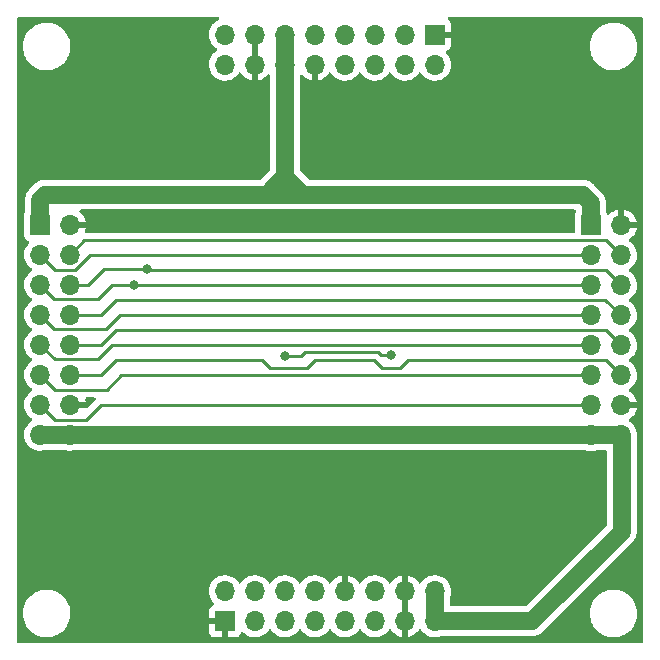
<source format=gbr>
%TF.GenerationSoftware,KiCad,Pcbnew,6.0.7+dfsg-1~bpo11+1*%
%TF.CreationDate,2022-10-12T23:47:36+02:00*%
%TF.ProjectId,vertExpIO_00,76657274-4578-4704-994f-5f30302e6b69,rev?*%
%TF.SameCoordinates,Original*%
%TF.FileFunction,Copper,L2,Bot*%
%TF.FilePolarity,Positive*%
%FSLAX46Y46*%
G04 Gerber Fmt 4.6, Leading zero omitted, Abs format (unit mm)*
G04 Created by KiCad (PCBNEW 6.0.7+dfsg-1~bpo11+1) date 2022-10-12 23:47:36*
%MOMM*%
%LPD*%
G01*
G04 APERTURE LIST*
%TA.AperFunction,ComponentPad*%
%ADD10R,1.700000X1.700000*%
%TD*%
%TA.AperFunction,ComponentPad*%
%ADD11O,1.700000X1.700000*%
%TD*%
%TA.AperFunction,ViaPad*%
%ADD12C,0.800000*%
%TD*%
%TA.AperFunction,Conductor*%
%ADD13C,1.500000*%
%TD*%
%TA.AperFunction,Conductor*%
%ADD14C,0.250000*%
%TD*%
G04 APERTURE END LIST*
D10*
%TO.P,J3,1,Pin_1*%
%TO.N,+3.3V*%
X169072500Y-91865000D03*
D11*
%TO.P,J3,2,Pin_2*%
%TO.N,GND*%
X171612500Y-91865000D03*
%TO.P,J3,3,Pin_3*%
%TO.N,/TXD*%
X169072500Y-94405000D03*
%TO.P,J3,4,Pin_4*%
%TO.N,/RXD*%
X171612500Y-94405000D03*
%TO.P,J3,5,Pin_5*%
%TO.N,/SCL*%
X169072500Y-96945000D03*
%TO.P,J3,6,Pin_6*%
%TO.N,/SDA*%
X171612500Y-96945000D03*
%TO.P,J3,7,Pin_7*%
%TO.N,/MISO*%
X169072500Y-99485000D03*
%TO.P,J3,8,Pin_8*%
%TO.N,/MOSI*%
X171612500Y-99485000D03*
%TO.P,J3,9,Pin_9*%
%TO.N,/SCK*%
X169072500Y-102025000D03*
%TO.P,J3,10,Pin_10*%
%TO.N,/SSEL1*%
X171612500Y-102025000D03*
%TO.P,J3,11,Pin_11*%
%TO.N,/SSEL2*%
X169072500Y-104565000D03*
%TO.P,J3,12,Pin_12*%
%TO.N,/SSEL3*%
X171612500Y-104565000D03*
%TO.P,J3,13,Pin_13*%
%TO.N,/SSEL4*%
X169072500Y-107105000D03*
%TO.P,J3,14,Pin_14*%
%TO.N,GND*%
X171612500Y-107105000D03*
%TO.P,J3,15,Pin_15*%
%TO.N,+24V*%
X169072500Y-109645000D03*
%TO.P,J3,16,Pin_16*%
X171612500Y-109645000D03*
%TD*%
D10*
%TO.P,J4,1,Pin_1*%
%TO.N,+3.3V*%
X122417500Y-91820000D03*
D11*
%TO.P,J4,2,Pin_2*%
%TO.N,GND*%
X124957500Y-91820000D03*
%TO.P,J4,3,Pin_3*%
%TO.N,/TXD*%
X122417500Y-94360000D03*
%TO.P,J4,4,Pin_4*%
%TO.N,/RXD*%
X124957500Y-94360000D03*
%TO.P,J4,5,Pin_5*%
%TO.N,/SCL*%
X122417500Y-96900000D03*
%TO.P,J4,6,Pin_6*%
%TO.N,/SDA*%
X124957500Y-96900000D03*
%TO.P,J4,7,Pin_7*%
%TO.N,/MISO*%
X122417500Y-99440000D03*
%TO.P,J4,8,Pin_8*%
%TO.N,/MOSI*%
X124957500Y-99440000D03*
%TO.P,J4,9,Pin_9*%
%TO.N,/SCK*%
X122417500Y-101980000D03*
%TO.P,J4,10,Pin_10*%
%TO.N,/SSEL1*%
X124957500Y-101980000D03*
%TO.P,J4,11,Pin_11*%
%TO.N,/SSEL2*%
X122417500Y-104520000D03*
%TO.P,J4,12,Pin_12*%
%TO.N,/SSEL3*%
X124957500Y-104520000D03*
%TO.P,J4,13,Pin_13*%
%TO.N,/SSEL4*%
X122417500Y-107060000D03*
%TO.P,J4,14,Pin_14*%
%TO.N,GND*%
X124957500Y-107060000D03*
%TO.P,J4,15,Pin_15*%
%TO.N,+24V*%
X122417500Y-109600000D03*
%TO.P,J4,16,Pin_16*%
X124957500Y-109600000D03*
%TD*%
D10*
%TO.P,J1,1,Pin_1*%
%TO.N,GND*%
X155852500Y-75730000D03*
D11*
%TO.P,J1,2,Pin_2*%
%TO.N,/IO0_0*%
X155852500Y-78270000D03*
%TO.P,J1,3,Pin_3*%
%TO.N,/IO0_1*%
X153312500Y-75730000D03*
%TO.P,J1,4,Pin_4*%
%TO.N,/IO0_2*%
X153312500Y-78270000D03*
%TO.P,J1,5,Pin_5*%
%TO.N,/IO0_3*%
X150772500Y-75730000D03*
%TO.P,J1,6,Pin_6*%
%TO.N,/IO0_4*%
X150772500Y-78270000D03*
%TO.P,J1,7,Pin_7*%
%TO.N,/IO0_5*%
X148232500Y-75730000D03*
%TO.P,J1,8,Pin_8*%
%TO.N,/IO0_6*%
X148232500Y-78270000D03*
%TO.P,J1,9,Pin_9*%
%TO.N,/IO0_7*%
X145692500Y-75730000D03*
%TO.P,J1,10,Pin_10*%
%TO.N,GND*%
X145692500Y-78270000D03*
%TO.P,J1,11,Pin_11*%
%TO.N,+3.3V*%
X143152500Y-75730000D03*
%TO.P,J1,12,Pin_12*%
X143152500Y-78270000D03*
%TO.P,J1,13,Pin_13*%
%TO.N,GND*%
X140612500Y-75730000D03*
%TO.P,J1,14,Pin_14*%
X140612500Y-78270000D03*
%TO.P,J1,15,Pin_15*%
%TO.N,+24V*%
X138072500Y-75730000D03*
%TO.P,J1,16,Pin_16*%
X138072500Y-78270000D03*
%TD*%
D10*
%TO.P,J2,1,Pin_1*%
%TO.N,GND*%
X138072500Y-125395000D03*
D11*
%TO.P,J2,2,Pin_2*%
%TO.N,/IO1_0*%
X138072500Y-122855000D03*
%TO.P,J2,3,Pin_3*%
%TO.N,/IO1_1*%
X140612500Y-125395000D03*
%TO.P,J2,4,Pin_4*%
%TO.N,/IO1_2*%
X140612500Y-122855000D03*
%TO.P,J2,5,Pin_5*%
%TO.N,/IO1_3*%
X143152500Y-125395000D03*
%TO.P,J2,6,Pin_6*%
%TO.N,/IO1_4*%
X143152500Y-122855000D03*
%TO.P,J2,7,Pin_7*%
%TO.N,/IO1_5*%
X145692500Y-125395000D03*
%TO.P,J2,8,Pin_8*%
%TO.N,/IO1_6*%
X145692500Y-122855000D03*
%TO.P,J2,9,Pin_9*%
%TO.N,/IO1_7*%
X148232500Y-125395000D03*
%TO.P,J2,10,Pin_10*%
%TO.N,GND*%
X148232500Y-122855000D03*
%TO.P,J2,11,Pin_11*%
%TO.N,+3.3V*%
X150772500Y-125395000D03*
%TO.P,J2,12,Pin_12*%
X150772500Y-122855000D03*
%TO.P,J2,13,Pin_13*%
%TO.N,GND*%
X153312500Y-125395000D03*
%TO.P,J2,14,Pin_14*%
X153312500Y-122855000D03*
%TO.P,J2,15,Pin_15*%
%TO.N,+24V*%
X155852500Y-125395000D03*
%TO.P,J2,16,Pin_16*%
X155852500Y-122855000D03*
%TD*%
D12*
%TO.N,GND*%
X165387500Y-92100000D03*
%TO.N,/SCL*%
X130402500Y-96935000D03*
%TO.N,/SDA*%
X131517500Y-95600000D03*
%TO.N,Net-(R1-Pad2)*%
X143167500Y-102960000D03*
X152127500Y-102830000D03*
%TD*%
D13*
%TO.N,+3.3V*%
X122857500Y-89270000D02*
X141617500Y-89270000D01*
X143152500Y-78270000D02*
X143152500Y-87735000D01*
X122417500Y-89710000D02*
X122857500Y-89270000D01*
X143152500Y-87735000D02*
X141617500Y-89270000D01*
X168357500Y-89270000D02*
X169047500Y-89960000D01*
X143152500Y-78270000D02*
X143152500Y-87745000D01*
X169047500Y-89960000D02*
X169047500Y-91840000D01*
X143152500Y-76080000D02*
X143152500Y-78620000D01*
X122417500Y-91820000D02*
X122417500Y-89710000D01*
X141617500Y-89270000D02*
X144677500Y-89270000D01*
X143152500Y-87745000D02*
X144677500Y-89270000D01*
X144677500Y-89270000D02*
X168357500Y-89270000D01*
X169047500Y-91840000D02*
X169072500Y-91865000D01*
D14*
%TO.N,GND*%
X171667500Y-91855000D02*
X171582500Y-91855000D01*
D13*
%TO.N,+24V*%
X124867500Y-109635000D02*
X169127500Y-109635000D01*
X155882500Y-125380000D02*
X164087500Y-125380000D01*
X171667500Y-109635000D02*
X169127500Y-109635000D01*
X171667500Y-109635000D02*
X171667500Y-117800000D01*
X122327500Y-109635000D02*
X124867500Y-109635000D01*
X155882500Y-125380000D02*
X155882500Y-122840000D01*
X164087500Y-125380000D02*
X171667500Y-117800000D01*
D14*
%TO.N,/TXD*%
X126652500Y-94395000D02*
X164782500Y-94395000D01*
X122417500Y-94360000D02*
X123727500Y-95670000D01*
X164782500Y-94395000D02*
X164792500Y-94405000D01*
X164792500Y-94405000D02*
X166162500Y-94405000D01*
X123727500Y-95670000D02*
X125377500Y-95670000D01*
X166162500Y-94405000D02*
X169072500Y-94405000D01*
X125377500Y-95670000D02*
X126652500Y-94395000D01*
%TO.N,/RXD*%
X170347500Y-93140000D02*
X171612500Y-94405000D01*
X126177500Y-93140000D02*
X170347500Y-93140000D01*
X124957500Y-94360000D02*
X126177500Y-93140000D01*
%TO.N,/SCL*%
X130367500Y-96900000D02*
X130402500Y-96935000D01*
X127332500Y-98075000D02*
X128507500Y-96900000D01*
X130402500Y-96935000D02*
X164022500Y-96935000D01*
X122417500Y-96900000D02*
X123592500Y-98075000D01*
X123592500Y-98075000D02*
X127332500Y-98075000D01*
X164032500Y-96945000D02*
X164022500Y-96935000D01*
X169072500Y-96945000D02*
X164032500Y-96945000D01*
X128507500Y-96900000D02*
X130367500Y-96900000D01*
%TO.N,/SDA*%
X131577500Y-95660000D02*
X131517500Y-95600000D01*
X170327500Y-95660000D02*
X131577500Y-95660000D01*
X126507500Y-96910000D02*
X126497500Y-96900000D01*
X127817500Y-95600000D02*
X126507500Y-96910000D01*
X126497500Y-96900000D02*
X124957500Y-96900000D01*
X171612500Y-96945000D02*
X170327500Y-95660000D01*
X131517500Y-95600000D02*
X127817500Y-95600000D01*
%TO.N,/MISO*%
X128038222Y-100629278D02*
X129182500Y-99485000D01*
X122417500Y-99440000D02*
X123606778Y-100629278D01*
X123606778Y-100629278D02*
X128038222Y-100629278D01*
X129182500Y-99485000D02*
X169072500Y-99485000D01*
%TO.N,/MOSI*%
X170287500Y-98160000D02*
X128827500Y-98160000D01*
X127547500Y-99440000D02*
X124957500Y-99440000D01*
X128827500Y-98160000D02*
X127547500Y-99440000D01*
X171612500Y-99485000D02*
X170287500Y-98160000D01*
%TO.N,/SCK*%
X169072500Y-102025000D02*
X161922500Y-102025000D01*
X123662500Y-103225000D02*
X127292500Y-103225000D01*
X122417500Y-101980000D02*
X123662500Y-103225000D01*
X161912500Y-102015000D02*
X128502500Y-102015000D01*
X161922500Y-102025000D02*
X161912500Y-102015000D01*
X128502500Y-102015000D02*
X127292500Y-103225000D01*
%TO.N,/SSEL1*%
X128857500Y-100740000D02*
X170327500Y-100740000D01*
X127617500Y-101980000D02*
X128857500Y-100740000D01*
X124957500Y-101980000D02*
X127617500Y-101980000D01*
X170327500Y-100740000D02*
X171612500Y-102025000D01*
%TO.N,/SSEL2*%
X123707500Y-105810000D02*
X128057500Y-105810000D01*
X161592500Y-104565000D02*
X161582500Y-104555000D01*
X129312500Y-104555000D02*
X161582500Y-104555000D01*
X122417500Y-104520000D02*
X123707500Y-105810000D01*
X169072500Y-104565000D02*
X161592500Y-104565000D01*
X128057500Y-105810000D02*
X129312500Y-104555000D01*
%TO.N,/SSEL3*%
X124957500Y-104520000D02*
X127577500Y-104520000D01*
X151347500Y-103960000D02*
X152887500Y-103960000D01*
X127577500Y-104520000D02*
X128817500Y-103280000D01*
X150667500Y-103280000D02*
X151347500Y-103960000D01*
X153567500Y-103280000D02*
X170327500Y-103280000D01*
X145047500Y-103920000D02*
X145687500Y-103280000D01*
X141237500Y-103280000D02*
X141877500Y-103920000D01*
X141877500Y-103920000D02*
X145047500Y-103920000D01*
X152887500Y-103960000D02*
X153567500Y-103280000D01*
X128817500Y-103280000D02*
X141237500Y-103280000D01*
X145687500Y-103280000D02*
X150667500Y-103280000D01*
X170327500Y-103280000D02*
X171612500Y-104565000D01*
%TO.N,/SSEL4*%
X160902500Y-107105000D02*
X169072500Y-107105000D01*
X123717500Y-108360000D02*
X126307500Y-108360000D01*
X160892500Y-107095000D02*
X160902500Y-107105000D01*
X126307500Y-108360000D02*
X127572500Y-107095000D01*
X127572500Y-107095000D02*
X160892500Y-107095000D01*
X122417500Y-107060000D02*
X123717500Y-108360000D01*
%TO.N,Net-(R1-Pad2)*%
X144497500Y-102960000D02*
X144847500Y-102610000D01*
X151257500Y-102830000D02*
X151037500Y-102610000D01*
X151037500Y-102610000D02*
X144847500Y-102610000D01*
X143167500Y-102960000D02*
X144497500Y-102960000D01*
X152127500Y-102830000D02*
X151257500Y-102830000D01*
%TD*%
%TA.AperFunction,Conductor*%
%TO.N,GND*%
G36*
X137548615Y-74258502D02*
G01*
X137595108Y-74312158D01*
X137605212Y-74382432D01*
X137575718Y-74447012D01*
X137538675Y-74476262D01*
X137346107Y-74576507D01*
X137341974Y-74579610D01*
X137341971Y-74579612D01*
X137258950Y-74641946D01*
X137167465Y-74710635D01*
X137142041Y-74737240D01*
X137047831Y-74835825D01*
X137013129Y-74872138D01*
X137010220Y-74876403D01*
X137010214Y-74876411D01*
X136925056Y-75001249D01*
X136887243Y-75056680D01*
X136870985Y-75091706D01*
X136799635Y-75245417D01*
X136793188Y-75259305D01*
X136733489Y-75474570D01*
X136709751Y-75696695D01*
X136722610Y-75919715D01*
X136723747Y-75924761D01*
X136723748Y-75924767D01*
X136741180Y-76002115D01*
X136771722Y-76137639D01*
X136855766Y-76344616D01*
X136907442Y-76428944D01*
X136969791Y-76530688D01*
X136972487Y-76535088D01*
X137118750Y-76703938D01*
X137290626Y-76846632D01*
X137361095Y-76887811D01*
X137363945Y-76889476D01*
X137412669Y-76941114D01*
X137425740Y-77010897D01*
X137399009Y-77076669D01*
X137358555Y-77110027D01*
X137346107Y-77116507D01*
X137341974Y-77119610D01*
X137341971Y-77119612D01*
X137172511Y-77246846D01*
X137167465Y-77250635D01*
X137013129Y-77412138D01*
X137010220Y-77416403D01*
X137010214Y-77416411D01*
X136925056Y-77541249D01*
X136887243Y-77596680D01*
X136793188Y-77799305D01*
X136733489Y-78014570D01*
X136709751Y-78236695D01*
X136710048Y-78241848D01*
X136710048Y-78241851D01*
X136715511Y-78336590D01*
X136722610Y-78459715D01*
X136723747Y-78464761D01*
X136723748Y-78464767D01*
X136732128Y-78501951D01*
X136771722Y-78677639D01*
X136855766Y-78884616D01*
X136906519Y-78967438D01*
X136969791Y-79070688D01*
X136972487Y-79075088D01*
X137118750Y-79243938D01*
X137290626Y-79386632D01*
X137483500Y-79499338D01*
X137692192Y-79579030D01*
X137697260Y-79580061D01*
X137697263Y-79580062D01*
X137792362Y-79599410D01*
X137911097Y-79623567D01*
X137916272Y-79623757D01*
X137916274Y-79623757D01*
X138129173Y-79631564D01*
X138129177Y-79631564D01*
X138134337Y-79631753D01*
X138139457Y-79631097D01*
X138139459Y-79631097D01*
X138350788Y-79604025D01*
X138350789Y-79604025D01*
X138355916Y-79603368D01*
X138360866Y-79601883D01*
X138564929Y-79540661D01*
X138564934Y-79540659D01*
X138569884Y-79539174D01*
X138770494Y-79440896D01*
X138952360Y-79311173D01*
X139110596Y-79153489D01*
X139170094Y-79070689D01*
X139240953Y-78972077D01*
X139242140Y-78972930D01*
X139289460Y-78929362D01*
X139359397Y-78917145D01*
X139424838Y-78944678D01*
X139452666Y-78976511D01*
X139510194Y-79070388D01*
X139516277Y-79078699D01*
X139655713Y-79239667D01*
X139663080Y-79246883D01*
X139826934Y-79382916D01*
X139835381Y-79388831D01*
X140019256Y-79496279D01*
X140028542Y-79500729D01*
X140227501Y-79576703D01*
X140237399Y-79579579D01*
X140340750Y-79600606D01*
X140354799Y-79599410D01*
X140358500Y-79589065D01*
X140358500Y-75602000D01*
X140378502Y-75533879D01*
X140432158Y-75487386D01*
X140484500Y-75476000D01*
X140740500Y-75476000D01*
X140808621Y-75496002D01*
X140855114Y-75549658D01*
X140866500Y-75602000D01*
X140866500Y-79588517D01*
X140870564Y-79602359D01*
X140883978Y-79604393D01*
X140890684Y-79603534D01*
X140900762Y-79601392D01*
X141104755Y-79540191D01*
X141114342Y-79536433D01*
X141305595Y-79442739D01*
X141314445Y-79437464D01*
X141487828Y-79313792D01*
X141495700Y-79307139D01*
X141646552Y-79156812D01*
X141653223Y-79148973D01*
X141665677Y-79131641D01*
X141721672Y-79087993D01*
X141792375Y-79081547D01*
X141855339Y-79114350D01*
X141890574Y-79175986D01*
X141894000Y-79205167D01*
X141894000Y-87161522D01*
X141873998Y-87229643D01*
X141857095Y-87250617D01*
X141133117Y-87974595D01*
X141070805Y-88008621D01*
X141044022Y-88011500D01*
X122948896Y-88011500D01*
X122932449Y-88010422D01*
X122927770Y-88009806D01*
X122910414Y-88007521D01*
X122904814Y-88007785D01*
X122904813Y-88007785D01*
X122829004Y-88011360D01*
X122823069Y-88011500D01*
X122800501Y-88011500D01*
X122797718Y-88011748D01*
X122797704Y-88011749D01*
X122774523Y-88013818D01*
X122769260Y-88014177D01*
X122739842Y-88015564D01*
X122686012Y-88018103D01*
X122668523Y-88022108D01*
X122651604Y-88024788D01*
X122647118Y-88025189D01*
X122633738Y-88026383D01*
X122628330Y-88027862D01*
X122628327Y-88027863D01*
X122553370Y-88048369D01*
X122548252Y-88049655D01*
X122472500Y-88067005D01*
X122472498Y-88067006D01*
X122467030Y-88068258D01*
X122456530Y-88072737D01*
X122450533Y-88075294D01*
X122434358Y-88080927D01*
X122422461Y-88084182D01*
X122422457Y-88084183D01*
X122417049Y-88085663D01*
X122411983Y-88088079D01*
X122411984Y-88088079D01*
X122341833Y-88121539D01*
X122337024Y-88123710D01*
X122265551Y-88154196D01*
X122260391Y-88156397D01*
X122245390Y-88166251D01*
X122230475Y-88174654D01*
X122214282Y-88182378D01*
X122209731Y-88185648D01*
X122209728Y-88185650D01*
X122202119Y-88191118D01*
X122148523Y-88229631D01*
X122146619Y-88230999D01*
X122142268Y-88233989D01*
X122076490Y-88277196D01*
X122076482Y-88277202D01*
X122072626Y-88279735D01*
X122051838Y-88298257D01*
X122041561Y-88306490D01*
X122031846Y-88313471D01*
X121958588Y-88389067D01*
X121957472Y-88390219D01*
X121956083Y-88391630D01*
X121592230Y-88755482D01*
X121579846Y-88766343D01*
X121562208Y-88779877D01*
X121558437Y-88784022D01*
X121558433Y-88784025D01*
X121507351Y-88840164D01*
X121503253Y-88844459D01*
X121487302Y-88860410D01*
X121485507Y-88862557D01*
X121485505Y-88862559D01*
X121470568Y-88880423D01*
X121467100Y-88884398D01*
X121414788Y-88941888D01*
X121414781Y-88941897D01*
X121411015Y-88946036D01*
X121408038Y-88950782D01*
X121408037Y-88950783D01*
X121401487Y-88961225D01*
X121391411Y-88975093D01*
X121383504Y-88984549D01*
X121383497Y-88984559D01*
X121379906Y-88988854D01*
X121338618Y-89061240D01*
X121335913Y-89065759D01*
X121291636Y-89136344D01*
X121289543Y-89141549D01*
X121289542Y-89141552D01*
X121284948Y-89152979D01*
X121277488Y-89168411D01*
X121271380Y-89179119D01*
X121271376Y-89179128D01*
X121268601Y-89183993D01*
X121266732Y-89189270D01*
X121266730Y-89189275D01*
X121240785Y-89262542D01*
X121238920Y-89267478D01*
X121219100Y-89316782D01*
X121207844Y-89344783D01*
X121206708Y-89350270D01*
X121206707Y-89350272D01*
X121204206Y-89362349D01*
X121199601Y-89378844D01*
X121193611Y-89395759D01*
X121185657Y-89444333D01*
X121180143Y-89478001D01*
X121179183Y-89483180D01*
X121162287Y-89564767D01*
X121162021Y-89569379D01*
X121162021Y-89569380D01*
X121160685Y-89592548D01*
X121159238Y-89605653D01*
X121158214Y-89611910D01*
X121157306Y-89617457D01*
X121157394Y-89623070D01*
X121157394Y-89623072D01*
X121158984Y-89724264D01*
X121159000Y-89726243D01*
X121159000Y-90625126D01*
X121138998Y-90693247D01*
X121133839Y-90700673D01*
X121116885Y-90723295D01*
X121065755Y-90859684D01*
X121059000Y-90921866D01*
X121059000Y-92718134D01*
X121065755Y-92780316D01*
X121116885Y-92916705D01*
X121204239Y-93033261D01*
X121320795Y-93120615D01*
X121329204Y-93123767D01*
X121329205Y-93123768D01*
X121437951Y-93164535D01*
X121494716Y-93207176D01*
X121519416Y-93273738D01*
X121504209Y-93343087D01*
X121484816Y-93369568D01*
X121358129Y-93502138D01*
X121232243Y-93686680D01*
X121138188Y-93889305D01*
X121078489Y-94104570D01*
X121054751Y-94326695D01*
X121055048Y-94331848D01*
X121055048Y-94331851D01*
X121059266Y-94405000D01*
X121067610Y-94549715D01*
X121068747Y-94554761D01*
X121068748Y-94554767D01*
X121092804Y-94661508D01*
X121116722Y-94767639D01*
X121200766Y-94974616D01*
X121233786Y-95028500D01*
X121278924Y-95102158D01*
X121317487Y-95165088D01*
X121463750Y-95333938D01*
X121635626Y-95476632D01*
X121706095Y-95517811D01*
X121708945Y-95519476D01*
X121757669Y-95571114D01*
X121770740Y-95640897D01*
X121744009Y-95706669D01*
X121703555Y-95740027D01*
X121691107Y-95746507D01*
X121686974Y-95749610D01*
X121686971Y-95749612D01*
X121516600Y-95877530D01*
X121512465Y-95880635D01*
X121358129Y-96042138D01*
X121232243Y-96226680D01*
X121138188Y-96429305D01*
X121078489Y-96644570D01*
X121054751Y-96866695D01*
X121055048Y-96871848D01*
X121055048Y-96871851D01*
X121059266Y-96945000D01*
X121067610Y-97089715D01*
X121068747Y-97094761D01*
X121068748Y-97094767D01*
X121092804Y-97201508D01*
X121116722Y-97307639D01*
X121200766Y-97514616D01*
X121317487Y-97705088D01*
X121463750Y-97873938D01*
X121635626Y-98016632D01*
X121706095Y-98057811D01*
X121708945Y-98059476D01*
X121757669Y-98111114D01*
X121770740Y-98180897D01*
X121744009Y-98246669D01*
X121703555Y-98280027D01*
X121691107Y-98286507D01*
X121686974Y-98289610D01*
X121686971Y-98289612D01*
X121516600Y-98417530D01*
X121512465Y-98420635D01*
X121358129Y-98582138D01*
X121232243Y-98766680D01*
X121138188Y-98969305D01*
X121078489Y-99184570D01*
X121054751Y-99406695D01*
X121055048Y-99411848D01*
X121055048Y-99411851D01*
X121059266Y-99485000D01*
X121067610Y-99629715D01*
X121068747Y-99634761D01*
X121068748Y-99634767D01*
X121092804Y-99741508D01*
X121116722Y-99847639D01*
X121200766Y-100054616D01*
X121317487Y-100245088D01*
X121463750Y-100413938D01*
X121635626Y-100556632D01*
X121706095Y-100597811D01*
X121708945Y-100599476D01*
X121757669Y-100651114D01*
X121770740Y-100720897D01*
X121744009Y-100786669D01*
X121703555Y-100820027D01*
X121691107Y-100826507D01*
X121686974Y-100829610D01*
X121686971Y-100829612D01*
X121516600Y-100957530D01*
X121512465Y-100960635D01*
X121358129Y-101122138D01*
X121232243Y-101306680D01*
X121138188Y-101509305D01*
X121078489Y-101724570D01*
X121054751Y-101946695D01*
X121055048Y-101951848D01*
X121055048Y-101951851D01*
X121059266Y-102025000D01*
X121067610Y-102169715D01*
X121068747Y-102174761D01*
X121068748Y-102174767D01*
X121092804Y-102281508D01*
X121116722Y-102387639D01*
X121200766Y-102594616D01*
X121233786Y-102648500D01*
X121311586Y-102775458D01*
X121317487Y-102785088D01*
X121463750Y-102953938D01*
X121635626Y-103096632D01*
X121706095Y-103137811D01*
X121708945Y-103139476D01*
X121757669Y-103191114D01*
X121770740Y-103260897D01*
X121744009Y-103326669D01*
X121703555Y-103360027D01*
X121691107Y-103366507D01*
X121686974Y-103369610D01*
X121686971Y-103369612D01*
X121516600Y-103497530D01*
X121512465Y-103500635D01*
X121358129Y-103662138D01*
X121232243Y-103846680D01*
X121199704Y-103916780D01*
X121154646Y-104013850D01*
X121138188Y-104049305D01*
X121078489Y-104264570D01*
X121054751Y-104486695D01*
X121055048Y-104491848D01*
X121055048Y-104491851D01*
X121059266Y-104565000D01*
X121067610Y-104709715D01*
X121068747Y-104714761D01*
X121068748Y-104714767D01*
X121092804Y-104821508D01*
X121116722Y-104927639D01*
X121200766Y-105134616D01*
X121317487Y-105325088D01*
X121463750Y-105493938D01*
X121635626Y-105636632D01*
X121706095Y-105677811D01*
X121708945Y-105679476D01*
X121757669Y-105731114D01*
X121770740Y-105800897D01*
X121744009Y-105866669D01*
X121703555Y-105900027D01*
X121691107Y-105906507D01*
X121686974Y-105909610D01*
X121686971Y-105909612D01*
X121516600Y-106037530D01*
X121512465Y-106040635D01*
X121358129Y-106202138D01*
X121232243Y-106386680D01*
X121196584Y-106463502D01*
X121175473Y-106508982D01*
X121138188Y-106589305D01*
X121078489Y-106804570D01*
X121054751Y-107026695D01*
X121067610Y-107249715D01*
X121068747Y-107254761D01*
X121068748Y-107254767D01*
X121087731Y-107338998D01*
X121116722Y-107467639D01*
X121200766Y-107674616D01*
X121317487Y-107865088D01*
X121463750Y-108033938D01*
X121635626Y-108176632D01*
X121696935Y-108212458D01*
X121708945Y-108219476D01*
X121757669Y-108271114D01*
X121770740Y-108340897D01*
X121744009Y-108406669D01*
X121703555Y-108440027D01*
X121691107Y-108446507D01*
X121686974Y-108449610D01*
X121686971Y-108449612D01*
X121516600Y-108577530D01*
X121512465Y-108580635D01*
X121358129Y-108742138D01*
X121232243Y-108926680D01*
X121138188Y-109129305D01*
X121078489Y-109344570D01*
X121054751Y-109566695D01*
X121055048Y-109571848D01*
X121055048Y-109571851D01*
X121059266Y-109645000D01*
X121067610Y-109789715D01*
X121068747Y-109794761D01*
X121068748Y-109794767D01*
X121091033Y-109893650D01*
X121090831Y-109893696D01*
X121091114Y-109894316D01*
X121091525Y-109897715D01*
X121093111Y-109902871D01*
X121093443Y-109904346D01*
X121093450Y-109904377D01*
X121093449Y-109904391D01*
X121093615Y-109905148D01*
X121093973Y-109906834D01*
X121094175Y-109907591D01*
X121116722Y-110007639D01*
X121119262Y-110013894D01*
X121150221Y-110090138D01*
X121153907Y-110100491D01*
X121155930Y-110107068D01*
X121155934Y-110107077D01*
X121157582Y-110112435D01*
X121160153Y-110117417D01*
X121160154Y-110117419D01*
X121162898Y-110122735D01*
X121167667Y-110133103D01*
X121200766Y-110214616D01*
X121317487Y-110405088D01*
X121463750Y-110573938D01*
X121635626Y-110716632D01*
X121828500Y-110829338D01*
X122037192Y-110909030D01*
X122042260Y-110910061D01*
X122042263Y-110910062D01*
X122149517Y-110931883D01*
X122256097Y-110953567D01*
X122261272Y-110953757D01*
X122261274Y-110953757D01*
X122474173Y-110961564D01*
X122474177Y-110961564D01*
X122479337Y-110961753D01*
X122484457Y-110961097D01*
X122484459Y-110961097D01*
X122695788Y-110934025D01*
X122695789Y-110934025D01*
X122700916Y-110933368D01*
X122705866Y-110931883D01*
X122816090Y-110898814D01*
X122852298Y-110893500D01*
X124513283Y-110893500D01*
X124558231Y-110901790D01*
X124572356Y-110907184D01*
X124572364Y-110907186D01*
X124577192Y-110909030D01*
X124582260Y-110910061D01*
X124582263Y-110910062D01*
X124689517Y-110931883D01*
X124796097Y-110953567D01*
X124801272Y-110953757D01*
X124801274Y-110953757D01*
X125014173Y-110961564D01*
X125014177Y-110961564D01*
X125019337Y-110961753D01*
X125024457Y-110961097D01*
X125024459Y-110961097D01*
X125235788Y-110934025D01*
X125235789Y-110934025D01*
X125240916Y-110933368D01*
X125245866Y-110931883D01*
X125356090Y-110898814D01*
X125392298Y-110893500D01*
X168510440Y-110893500D01*
X168555389Y-110901790D01*
X168569515Y-110907184D01*
X168692192Y-110954030D01*
X168697260Y-110955061D01*
X168697263Y-110955062D01*
X168804517Y-110976883D01*
X168911097Y-110998567D01*
X168916272Y-110998757D01*
X168916274Y-110998757D01*
X169129173Y-111006564D01*
X169129177Y-111006564D01*
X169134337Y-111006753D01*
X169139457Y-111006097D01*
X169139459Y-111006097D01*
X169350788Y-110979025D01*
X169350789Y-110979025D01*
X169355916Y-110978368D01*
X169433599Y-110955062D01*
X169564931Y-110915660D01*
X169569884Y-110914174D01*
X169585859Y-110906348D01*
X169641291Y-110893500D01*
X170283000Y-110893500D01*
X170351121Y-110913502D01*
X170397614Y-110967158D01*
X170409000Y-111019500D01*
X170409000Y-117226522D01*
X170388998Y-117294643D01*
X170372095Y-117315617D01*
X163603117Y-124084595D01*
X163540805Y-124118621D01*
X163514022Y-124121500D01*
X157267000Y-124121500D01*
X157198879Y-124101498D01*
X157152386Y-124047842D01*
X157141000Y-123995500D01*
X157141000Y-123306179D01*
X157146442Y-123269550D01*
X157183365Y-123148023D01*
X157183365Y-123148021D01*
X157184870Y-123143069D01*
X157214029Y-122921590D01*
X157215656Y-122855000D01*
X157197352Y-122632361D01*
X157142931Y-122415702D01*
X157053854Y-122210840D01*
X156932514Y-122023277D01*
X156782170Y-121858051D01*
X156778119Y-121854852D01*
X156778115Y-121854848D01*
X156610914Y-121722800D01*
X156610910Y-121722798D01*
X156606859Y-121719598D01*
X156570528Y-121699542D01*
X156554636Y-121690769D01*
X156411289Y-121611638D01*
X156406420Y-121609914D01*
X156406416Y-121609912D01*
X156205587Y-121538795D01*
X156205583Y-121538794D01*
X156200712Y-121537069D01*
X156195619Y-121536162D01*
X156195616Y-121536161D01*
X155985873Y-121498800D01*
X155985867Y-121498799D01*
X155980784Y-121497894D01*
X155906952Y-121496992D01*
X155762581Y-121495228D01*
X155762579Y-121495228D01*
X155757411Y-121495165D01*
X155536591Y-121528955D01*
X155324256Y-121598357D01*
X155126107Y-121701507D01*
X155121974Y-121704610D01*
X155121971Y-121704612D01*
X155097747Y-121722800D01*
X154947465Y-121835635D01*
X154793129Y-121997138D01*
X154685704Y-122154618D01*
X154685398Y-122155066D01*
X154630487Y-122200069D01*
X154559962Y-122208240D01*
X154496215Y-122176986D01*
X154475518Y-122152502D01*
X154394926Y-122027926D01*
X154388636Y-122019757D01*
X154245306Y-121862240D01*
X154237773Y-121855215D01*
X154070639Y-121723222D01*
X154062052Y-121717517D01*
X153875617Y-121614599D01*
X153866205Y-121610369D01*
X153665459Y-121539280D01*
X153655488Y-121536646D01*
X153584337Y-121523972D01*
X153571040Y-121525432D01*
X153566500Y-121539989D01*
X153566500Y-126713517D01*
X153570564Y-126727359D01*
X153583978Y-126729393D01*
X153590684Y-126728534D01*
X153600762Y-126726392D01*
X153804755Y-126665191D01*
X153814342Y-126661433D01*
X154005595Y-126567739D01*
X154014445Y-126562464D01*
X154187828Y-126438792D01*
X154195700Y-126432139D01*
X154346552Y-126281812D01*
X154353230Y-126273965D01*
X154480522Y-126096819D01*
X154481779Y-126097722D01*
X154528873Y-126054362D01*
X154598811Y-126042145D01*
X154664251Y-126069678D01*
X154692079Y-126101511D01*
X154752487Y-126200088D01*
X154898750Y-126368938D01*
X155070626Y-126511632D01*
X155263500Y-126624338D01*
X155268325Y-126626180D01*
X155268326Y-126626181D01*
X155299384Y-126638041D01*
X155472192Y-126704030D01*
X155477260Y-126705061D01*
X155477263Y-126705062D01*
X155572362Y-126724410D01*
X155691097Y-126748567D01*
X155696272Y-126748757D01*
X155696274Y-126748757D01*
X155909173Y-126756564D01*
X155909177Y-126756564D01*
X155914337Y-126756753D01*
X155919457Y-126756097D01*
X155919459Y-126756097D01*
X156130788Y-126729025D01*
X156130789Y-126729025D01*
X156135916Y-126728368D01*
X156140866Y-126726883D01*
X156344929Y-126665661D01*
X156344934Y-126665659D01*
X156349884Y-126664174D01*
X156376063Y-126651349D01*
X156431495Y-126638500D01*
X163996104Y-126638500D01*
X164012551Y-126639578D01*
X164029016Y-126641746D01*
X164029020Y-126641746D01*
X164034586Y-126642479D01*
X164115989Y-126638640D01*
X164121924Y-126638500D01*
X164144499Y-126638500D01*
X164170489Y-126636181D01*
X164175748Y-126635822D01*
X164258988Y-126631896D01*
X164264447Y-126630646D01*
X164264452Y-126630645D01*
X164276470Y-126627892D01*
X164293399Y-126625211D01*
X164311262Y-126623617D01*
X164316678Y-126622135D01*
X164316680Y-126622135D01*
X164391633Y-126601630D01*
X164396751Y-126600344D01*
X164472500Y-126582995D01*
X164472502Y-126582994D01*
X164477970Y-126581742D01*
X164488470Y-126577263D01*
X164494467Y-126574706D01*
X164510642Y-126569073D01*
X164522539Y-126565818D01*
X164522543Y-126565817D01*
X164527951Y-126564337D01*
X164603167Y-126528461D01*
X164607976Y-126526290D01*
X164679449Y-126495804D01*
X164679450Y-126495804D01*
X164684609Y-126493603D01*
X164699610Y-126483749D01*
X164714525Y-126475346D01*
X164730718Y-126467622D01*
X164735269Y-126464352D01*
X164735272Y-126464350D01*
X164798381Y-126419001D01*
X164802732Y-126416011D01*
X164868510Y-126372804D01*
X164868518Y-126372798D01*
X164872374Y-126370265D01*
X164893162Y-126351743D01*
X164903439Y-126343510D01*
X164913154Y-126336529D01*
X164987563Y-126259745D01*
X164988952Y-126258335D01*
X166538369Y-124708918D01*
X168964417Y-124708918D01*
X168964834Y-124716156D01*
X168980182Y-124982320D01*
X169032905Y-125251053D01*
X169034292Y-125255103D01*
X169034293Y-125255108D01*
X169104988Y-125461590D01*
X169121612Y-125510144D01*
X169150738Y-125568054D01*
X169220337Y-125706437D01*
X169244660Y-125754799D01*
X169247086Y-125758328D01*
X169247089Y-125758334D01*
X169397343Y-125976953D01*
X169399774Y-125980490D01*
X169402661Y-125983663D01*
X169402662Y-125983664D01*
X169581192Y-126179867D01*
X169584082Y-126183043D01*
X169587377Y-126185798D01*
X169587378Y-126185799D01*
X169599205Y-126195688D01*
X169794175Y-126358707D01*
X169797816Y-126360991D01*
X170022524Y-126501951D01*
X170022528Y-126501953D01*
X170026164Y-126504234D01*
X170094044Y-126534883D01*
X170271845Y-126615164D01*
X170271849Y-126615166D01*
X170275757Y-126616930D01*
X170305462Y-126625729D01*
X170534223Y-126693491D01*
X170534227Y-126693492D01*
X170538336Y-126694709D01*
X170542570Y-126695357D01*
X170542575Y-126695358D01*
X170804798Y-126735483D01*
X170804800Y-126735483D01*
X170809040Y-126736132D01*
X170948412Y-126738322D01*
X171078571Y-126740367D01*
X171078577Y-126740367D01*
X171082862Y-126740434D01*
X171354735Y-126707534D01*
X171619627Y-126638041D01*
X171623587Y-126636401D01*
X171623592Y-126636399D01*
X171755544Y-126581742D01*
X171872636Y-126533241D01*
X172109082Y-126395073D01*
X172324589Y-126226094D01*
X172346010Y-126203990D01*
X172512186Y-126032509D01*
X172515169Y-126029431D01*
X172517702Y-126025983D01*
X172517706Y-126025978D01*
X172674757Y-125812178D01*
X172677295Y-125808723D01*
X172704654Y-125758334D01*
X172805918Y-125571830D01*
X172805919Y-125571828D01*
X172807968Y-125568054D01*
X172873360Y-125395000D01*
X172903251Y-125315895D01*
X172903252Y-125315891D01*
X172904769Y-125311877D01*
X172948054Y-125122885D01*
X172964949Y-125049117D01*
X172964950Y-125049113D01*
X172965907Y-125044933D01*
X172974410Y-124949665D01*
X172990031Y-124774627D01*
X172990031Y-124774625D01*
X172990251Y-124772161D01*
X172990507Y-124747792D01*
X172990667Y-124732484D01*
X172990667Y-124732483D01*
X172990693Y-124730000D01*
X172988106Y-124692054D01*
X172972359Y-124461055D01*
X172972358Y-124461049D01*
X172972067Y-124456778D01*
X172916532Y-124188612D01*
X172825117Y-123930465D01*
X172699513Y-123687112D01*
X172689540Y-123672921D01*
X172611239Y-123561511D01*
X172542045Y-123463057D01*
X172378872Y-123287462D01*
X172358546Y-123265588D01*
X172358543Y-123265585D01*
X172355625Y-123262445D01*
X172352310Y-123259731D01*
X172352306Y-123259728D01*
X172147023Y-123091706D01*
X172143705Y-123088990D01*
X171910204Y-122945901D01*
X171906268Y-122944173D01*
X171663373Y-122837549D01*
X171663369Y-122837548D01*
X171659445Y-122835825D01*
X171396066Y-122760800D01*
X171391824Y-122760196D01*
X171391818Y-122760195D01*
X171191334Y-122731662D01*
X171124943Y-122722213D01*
X170981089Y-122721460D01*
X170855377Y-122720802D01*
X170855371Y-122720802D01*
X170851091Y-122720780D01*
X170846847Y-122721339D01*
X170846843Y-122721339D01*
X170727802Y-122737011D01*
X170579578Y-122756525D01*
X170575438Y-122757658D01*
X170575436Y-122757658D01*
X170502508Y-122777609D01*
X170315428Y-122828788D01*
X170311480Y-122830472D01*
X170067482Y-122934546D01*
X170067478Y-122934548D01*
X170063530Y-122936232D01*
X170043625Y-122948145D01*
X169832225Y-123074664D01*
X169832221Y-123074667D01*
X169828543Y-123076868D01*
X169614818Y-123248094D01*
X169525059Y-123342680D01*
X169432099Y-123440640D01*
X169426308Y-123446742D01*
X169266502Y-123669136D01*
X169138357Y-123911161D01*
X169136885Y-123915184D01*
X169136883Y-123915188D01*
X169056214Y-124135625D01*
X169044243Y-124168337D01*
X168985904Y-124435907D01*
X168964417Y-124708918D01*
X166538369Y-124708918D01*
X172492759Y-118754528D01*
X172505151Y-118743660D01*
X172518343Y-118733538D01*
X172518351Y-118733531D01*
X172522792Y-118730123D01*
X172577668Y-118669815D01*
X172581767Y-118665520D01*
X172597698Y-118649589D01*
X172614434Y-118629573D01*
X172617879Y-118625624D01*
X172670203Y-118568121D01*
X172670206Y-118568117D01*
X172673985Y-118563964D01*
X172683513Y-118548775D01*
X172693591Y-118534903D01*
X172701492Y-118525455D01*
X172701497Y-118525448D01*
X172705094Y-118521146D01*
X172746387Y-118448752D01*
X172749092Y-118444232D01*
X172790386Y-118378404D01*
X172790388Y-118378401D01*
X172793364Y-118373656D01*
X172800052Y-118357021D01*
X172807512Y-118341589D01*
X172813620Y-118330881D01*
X172813624Y-118330872D01*
X172816399Y-118326007D01*
X172818268Y-118320730D01*
X172818270Y-118320725D01*
X172844215Y-118247458D01*
X172846080Y-118242522D01*
X172875066Y-118170416D01*
X172877156Y-118165217D01*
X172880794Y-118147650D01*
X172885399Y-118131156D01*
X172891389Y-118114241D01*
X172904855Y-118032009D01*
X172905817Y-118026819D01*
X172921777Y-117949754D01*
X172921778Y-117949750D01*
X172922713Y-117945233D01*
X172924315Y-117917452D01*
X172925762Y-117904347D01*
X172926786Y-117898090D01*
X172926786Y-117898083D01*
X172927694Y-117892542D01*
X172926016Y-117785736D01*
X172926000Y-117783757D01*
X172926000Y-110013894D01*
X172931442Y-109977265D01*
X172943365Y-109938022D01*
X172944870Y-109933069D01*
X172974029Y-109711590D01*
X172975656Y-109645000D01*
X172957352Y-109422361D01*
X172902931Y-109205702D01*
X172813854Y-109000840D01*
X172692514Y-108813277D01*
X172542170Y-108648051D01*
X172538119Y-108644852D01*
X172538115Y-108644848D01*
X172370914Y-108512800D01*
X172370910Y-108512798D01*
X172366859Y-108509598D01*
X172325069Y-108486529D01*
X172275098Y-108436097D01*
X172260326Y-108366654D01*
X172285442Y-108300248D01*
X172312794Y-108273641D01*
X172487828Y-108148792D01*
X172495700Y-108142139D01*
X172646552Y-107991812D01*
X172653230Y-107983965D01*
X172777503Y-107811020D01*
X172782813Y-107802183D01*
X172877170Y-107611267D01*
X172880969Y-107601672D01*
X172942877Y-107397910D01*
X172945055Y-107387837D01*
X172946486Y-107376962D01*
X172944275Y-107362778D01*
X172931117Y-107359000D01*
X171484500Y-107359000D01*
X171416379Y-107338998D01*
X171369886Y-107285342D01*
X171358500Y-107233000D01*
X171358500Y-106977000D01*
X171378502Y-106908879D01*
X171432158Y-106862386D01*
X171484500Y-106851000D01*
X172930844Y-106851000D01*
X172944375Y-106847027D01*
X172945680Y-106837947D01*
X172903714Y-106670875D01*
X172900394Y-106661124D01*
X172815472Y-106465814D01*
X172810605Y-106456739D01*
X172694926Y-106277926D01*
X172688636Y-106269757D01*
X172545306Y-106112240D01*
X172537773Y-106105215D01*
X172370639Y-105973222D01*
X172362056Y-105967520D01*
X172325102Y-105947120D01*
X172275131Y-105896687D01*
X172260359Y-105827245D01*
X172285475Y-105760839D01*
X172312827Y-105734232D01*
X172336297Y-105717491D01*
X172492360Y-105606173D01*
X172650596Y-105448489D01*
X172780953Y-105267077D01*
X172785111Y-105258665D01*
X172877636Y-105071453D01*
X172877637Y-105071451D01*
X172879930Y-105066811D01*
X172944870Y-104853069D01*
X172974029Y-104631590D01*
X172975656Y-104565000D01*
X172957352Y-104342361D01*
X172902931Y-104125702D01*
X172813854Y-103920840D01*
X172692514Y-103733277D01*
X172542170Y-103568051D01*
X172538119Y-103564852D01*
X172538115Y-103564848D01*
X172370914Y-103432800D01*
X172370910Y-103432798D01*
X172366859Y-103429598D01*
X172325553Y-103406796D01*
X172275584Y-103356364D01*
X172260812Y-103286921D01*
X172285928Y-103220516D01*
X172313280Y-103193909D01*
X172389592Y-103139476D01*
X172492360Y-103066173D01*
X172650596Y-102908489D01*
X172684398Y-102861449D01*
X172777935Y-102731277D01*
X172780953Y-102727077D01*
X172784230Y-102720448D01*
X172877636Y-102531453D01*
X172877637Y-102531451D01*
X172879930Y-102526811D01*
X172944870Y-102313069D01*
X172974029Y-102091590D01*
X172975656Y-102025000D01*
X172957352Y-101802361D01*
X172902931Y-101585702D01*
X172813854Y-101380840D01*
X172740530Y-101267498D01*
X172695322Y-101197617D01*
X172695320Y-101197614D01*
X172692514Y-101193277D01*
X172542170Y-101028051D01*
X172538119Y-101024852D01*
X172538115Y-101024848D01*
X172370914Y-100892800D01*
X172370910Y-100892798D01*
X172366859Y-100889598D01*
X172325553Y-100866796D01*
X172275584Y-100816364D01*
X172260812Y-100746921D01*
X172285928Y-100680516D01*
X172313280Y-100653909D01*
X172389592Y-100599476D01*
X172492360Y-100526173D01*
X172650596Y-100368489D01*
X172780953Y-100187077D01*
X172820777Y-100106500D01*
X172877636Y-99991453D01*
X172877637Y-99991451D01*
X172879930Y-99986811D01*
X172944870Y-99773069D01*
X172974029Y-99551590D01*
X172975656Y-99485000D01*
X172957352Y-99262361D01*
X172902931Y-99045702D01*
X172813854Y-98840840D01*
X172731293Y-98713220D01*
X172695322Y-98657617D01*
X172695320Y-98657614D01*
X172692514Y-98653277D01*
X172542170Y-98488051D01*
X172538119Y-98484852D01*
X172538115Y-98484848D01*
X172370914Y-98352800D01*
X172370910Y-98352798D01*
X172366859Y-98349598D01*
X172325553Y-98326796D01*
X172275584Y-98276364D01*
X172260812Y-98206921D01*
X172285928Y-98140516D01*
X172313280Y-98113909D01*
X172389592Y-98059476D01*
X172492360Y-97986173D01*
X172650596Y-97828489D01*
X172780953Y-97647077D01*
X172838451Y-97530739D01*
X172877636Y-97451453D01*
X172877637Y-97451451D01*
X172879930Y-97446811D01*
X172944870Y-97233069D01*
X172974029Y-97011590D01*
X172975656Y-96945000D01*
X172957352Y-96722361D01*
X172902931Y-96505702D01*
X172813854Y-96300840D01*
X172692514Y-96113277D01*
X172542170Y-95948051D01*
X172538119Y-95944852D01*
X172538115Y-95944848D01*
X172370914Y-95812800D01*
X172370910Y-95812798D01*
X172366859Y-95809598D01*
X172325553Y-95786796D01*
X172275584Y-95736364D01*
X172260812Y-95666921D01*
X172285928Y-95600516D01*
X172313280Y-95573909D01*
X172389592Y-95519476D01*
X172492360Y-95446173D01*
X172650596Y-95288489D01*
X172733459Y-95173173D01*
X172777935Y-95111277D01*
X172780953Y-95107077D01*
X172786696Y-95095458D01*
X172877636Y-94911453D01*
X172877637Y-94911451D01*
X172879930Y-94906811D01*
X172944870Y-94693069D01*
X172974029Y-94471590D01*
X172975656Y-94405000D01*
X172957352Y-94182361D01*
X172902931Y-93965702D01*
X172813854Y-93760840D01*
X172692514Y-93573277D01*
X172542170Y-93408051D01*
X172538119Y-93404852D01*
X172538115Y-93404848D01*
X172370914Y-93272800D01*
X172370910Y-93272798D01*
X172366859Y-93269598D01*
X172325069Y-93246529D01*
X172275098Y-93196097D01*
X172260326Y-93126654D01*
X172285442Y-93060248D01*
X172312794Y-93033641D01*
X172487828Y-92908792D01*
X172495700Y-92902139D01*
X172646552Y-92751812D01*
X172653230Y-92743965D01*
X172777503Y-92571020D01*
X172782813Y-92562183D01*
X172877170Y-92371267D01*
X172880969Y-92361672D01*
X172942877Y-92157910D01*
X172945055Y-92147837D01*
X172946486Y-92136962D01*
X172944275Y-92122778D01*
X172931117Y-92119000D01*
X171484500Y-92119000D01*
X171416379Y-92098998D01*
X171369886Y-92045342D01*
X171358500Y-91993000D01*
X171358500Y-91592885D01*
X171866500Y-91592885D01*
X171870975Y-91608124D01*
X171872365Y-91609329D01*
X171880048Y-91611000D01*
X172930844Y-91611000D01*
X172944375Y-91607027D01*
X172945680Y-91597947D01*
X172903714Y-91430875D01*
X172900394Y-91421124D01*
X172815472Y-91225814D01*
X172810605Y-91216739D01*
X172694926Y-91037926D01*
X172688636Y-91029757D01*
X172545306Y-90872240D01*
X172537773Y-90865215D01*
X172370639Y-90733222D01*
X172362052Y-90727517D01*
X172175617Y-90624599D01*
X172166205Y-90620369D01*
X171965459Y-90549280D01*
X171955488Y-90546646D01*
X171884337Y-90533972D01*
X171871040Y-90535432D01*
X171866500Y-90549989D01*
X171866500Y-91592885D01*
X171358500Y-91592885D01*
X171358500Y-90548102D01*
X171354582Y-90534758D01*
X171340306Y-90532771D01*
X171301824Y-90538660D01*
X171291788Y-90541051D01*
X171089368Y-90607212D01*
X171079859Y-90611209D01*
X170890963Y-90709542D01*
X170882238Y-90715036D01*
X170711933Y-90842905D01*
X170704226Y-90849748D01*
X170626978Y-90930584D01*
X170565454Y-90966014D01*
X170494542Y-90962557D01*
X170436755Y-90921311D01*
X170417902Y-90887763D01*
X170376267Y-90776703D01*
X170376266Y-90776701D01*
X170373115Y-90768295D01*
X170361939Y-90753382D01*
X170331174Y-90712333D01*
X170306326Y-90645826D01*
X170306000Y-90636768D01*
X170306000Y-90051395D01*
X170307078Y-90034948D01*
X170309246Y-90018483D01*
X170309246Y-90018479D01*
X170309979Y-90012913D01*
X170306140Y-89931511D01*
X170306000Y-89925576D01*
X170306000Y-89903001D01*
X170303681Y-89877011D01*
X170303322Y-89871749D01*
X170299660Y-89794113D01*
X170299396Y-89788512D01*
X170295392Y-89771030D01*
X170292711Y-89754100D01*
X170291616Y-89741832D01*
X170291117Y-89736238D01*
X170269130Y-89655867D01*
X170267844Y-89650749D01*
X170250495Y-89575000D01*
X170250494Y-89574998D01*
X170249242Y-89569530D01*
X170242206Y-89553033D01*
X170236573Y-89536858D01*
X170233318Y-89524961D01*
X170233317Y-89524957D01*
X170231837Y-89519549D01*
X170195961Y-89444333D01*
X170193790Y-89439524D01*
X170163304Y-89368051D01*
X170163304Y-89368050D01*
X170161103Y-89362891D01*
X170151249Y-89347890D01*
X170142843Y-89332970D01*
X170137535Y-89321841D01*
X170135122Y-89316782D01*
X170131854Y-89312234D01*
X170131851Y-89312229D01*
X170086498Y-89249114D01*
X170083509Y-89244765D01*
X170037765Y-89175125D01*
X170019247Y-89154341D01*
X170010998Y-89144045D01*
X170007304Y-89138904D01*
X170004029Y-89134346D01*
X169927277Y-89059968D01*
X169925867Y-89058579D01*
X169312025Y-88444737D01*
X169301157Y-88432346D01*
X169291033Y-88419152D01*
X169287623Y-88414708D01*
X169227326Y-88359842D01*
X169223031Y-88355743D01*
X169207090Y-88339802D01*
X169204940Y-88338004D01*
X169187077Y-88323068D01*
X169183102Y-88319600D01*
X169125612Y-88267288D01*
X169125603Y-88267281D01*
X169121464Y-88263515D01*
X169106273Y-88253986D01*
X169092407Y-88243911D01*
X169082951Y-88236004D01*
X169082941Y-88235997D01*
X169078646Y-88232406D01*
X169006252Y-88191113D01*
X169001732Y-88188408D01*
X168997336Y-88185650D01*
X168950702Y-88156397D01*
X168935904Y-88147114D01*
X168935901Y-88147112D01*
X168931156Y-88144136D01*
X168925951Y-88142043D01*
X168925948Y-88142042D01*
X168914521Y-88137448D01*
X168899089Y-88129988D01*
X168888381Y-88123880D01*
X168888372Y-88123876D01*
X168883507Y-88121101D01*
X168878230Y-88119232D01*
X168878225Y-88119230D01*
X168804958Y-88093285D01*
X168800022Y-88091420D01*
X168727916Y-88062434D01*
X168722717Y-88060344D01*
X168717230Y-88059208D01*
X168717228Y-88059207D01*
X168705151Y-88056706D01*
X168688656Y-88052101D01*
X168671741Y-88046111D01*
X168589490Y-88032641D01*
X168584320Y-88031683D01*
X168502733Y-88014787D01*
X168498121Y-88014521D01*
X168498120Y-88014521D01*
X168474952Y-88013185D01*
X168461847Y-88011738D01*
X168455590Y-88010714D01*
X168455586Y-88010714D01*
X168450043Y-88009806D01*
X168444430Y-88009894D01*
X168444428Y-88009894D01*
X168343236Y-88011484D01*
X168341257Y-88011500D01*
X145250978Y-88011500D01*
X145182857Y-87991498D01*
X145161883Y-87974595D01*
X144447905Y-87260617D01*
X144413879Y-87198305D01*
X144411000Y-87171522D01*
X144411000Y-79202709D01*
X144431002Y-79134588D01*
X144484658Y-79088095D01*
X144554932Y-79077991D01*
X144619512Y-79107485D01*
X144632237Y-79120212D01*
X144735713Y-79239667D01*
X144743080Y-79246883D01*
X144906934Y-79382916D01*
X144915381Y-79388831D01*
X145099256Y-79496279D01*
X145108542Y-79500729D01*
X145307501Y-79576703D01*
X145317399Y-79579579D01*
X145420750Y-79600606D01*
X145434799Y-79599410D01*
X145438500Y-79589065D01*
X145438500Y-78142000D01*
X145458502Y-78073879D01*
X145512158Y-78027386D01*
X145564500Y-78016000D01*
X145820500Y-78016000D01*
X145888621Y-78036002D01*
X145935114Y-78089658D01*
X145946500Y-78142000D01*
X145946500Y-79588517D01*
X145950564Y-79602359D01*
X145963978Y-79604393D01*
X145970684Y-79603534D01*
X145980762Y-79601392D01*
X146184755Y-79540191D01*
X146194342Y-79536433D01*
X146385595Y-79442739D01*
X146394445Y-79437464D01*
X146567828Y-79313792D01*
X146575700Y-79307139D01*
X146726552Y-79156812D01*
X146733230Y-79148965D01*
X146860522Y-78971819D01*
X146861779Y-78972722D01*
X146908873Y-78929362D01*
X146978811Y-78917145D01*
X147044251Y-78944678D01*
X147072079Y-78976511D01*
X147132487Y-79075088D01*
X147278750Y-79243938D01*
X147450626Y-79386632D01*
X147643500Y-79499338D01*
X147852192Y-79579030D01*
X147857260Y-79580061D01*
X147857263Y-79580062D01*
X147952362Y-79599410D01*
X148071097Y-79623567D01*
X148076272Y-79623757D01*
X148076274Y-79623757D01*
X148289173Y-79631564D01*
X148289177Y-79631564D01*
X148294337Y-79631753D01*
X148299457Y-79631097D01*
X148299459Y-79631097D01*
X148510788Y-79604025D01*
X148510789Y-79604025D01*
X148515916Y-79603368D01*
X148520866Y-79601883D01*
X148724929Y-79540661D01*
X148724934Y-79540659D01*
X148729884Y-79539174D01*
X148930494Y-79440896D01*
X149112360Y-79311173D01*
X149270596Y-79153489D01*
X149330094Y-79070689D01*
X149400953Y-78972077D01*
X149402276Y-78973028D01*
X149449145Y-78929857D01*
X149519080Y-78917625D01*
X149584526Y-78945144D01*
X149612375Y-78976994D01*
X149672487Y-79075088D01*
X149818750Y-79243938D01*
X149990626Y-79386632D01*
X150183500Y-79499338D01*
X150392192Y-79579030D01*
X150397260Y-79580061D01*
X150397263Y-79580062D01*
X150492362Y-79599410D01*
X150611097Y-79623567D01*
X150616272Y-79623757D01*
X150616274Y-79623757D01*
X150829173Y-79631564D01*
X150829177Y-79631564D01*
X150834337Y-79631753D01*
X150839457Y-79631097D01*
X150839459Y-79631097D01*
X151050788Y-79604025D01*
X151050789Y-79604025D01*
X151055916Y-79603368D01*
X151060866Y-79601883D01*
X151264929Y-79540661D01*
X151264934Y-79540659D01*
X151269884Y-79539174D01*
X151470494Y-79440896D01*
X151652360Y-79311173D01*
X151810596Y-79153489D01*
X151870094Y-79070689D01*
X151940953Y-78972077D01*
X151942276Y-78973028D01*
X151989145Y-78929857D01*
X152059080Y-78917625D01*
X152124526Y-78945144D01*
X152152375Y-78976994D01*
X152212487Y-79075088D01*
X152358750Y-79243938D01*
X152530626Y-79386632D01*
X152723500Y-79499338D01*
X152932192Y-79579030D01*
X152937260Y-79580061D01*
X152937263Y-79580062D01*
X153032362Y-79599410D01*
X153151097Y-79623567D01*
X153156272Y-79623757D01*
X153156274Y-79623757D01*
X153369173Y-79631564D01*
X153369177Y-79631564D01*
X153374337Y-79631753D01*
X153379457Y-79631097D01*
X153379459Y-79631097D01*
X153590788Y-79604025D01*
X153590789Y-79604025D01*
X153595916Y-79603368D01*
X153600866Y-79601883D01*
X153804929Y-79540661D01*
X153804934Y-79540659D01*
X153809884Y-79539174D01*
X154010494Y-79440896D01*
X154192360Y-79311173D01*
X154350596Y-79153489D01*
X154410094Y-79070689D01*
X154480953Y-78972077D01*
X154482276Y-78973028D01*
X154529145Y-78929857D01*
X154599080Y-78917625D01*
X154664526Y-78945144D01*
X154692375Y-78976994D01*
X154752487Y-79075088D01*
X154898750Y-79243938D01*
X155070626Y-79386632D01*
X155263500Y-79499338D01*
X155472192Y-79579030D01*
X155477260Y-79580061D01*
X155477263Y-79580062D01*
X155572362Y-79599410D01*
X155691097Y-79623567D01*
X155696272Y-79623757D01*
X155696274Y-79623757D01*
X155909173Y-79631564D01*
X155909177Y-79631564D01*
X155914337Y-79631753D01*
X155919457Y-79631097D01*
X155919459Y-79631097D01*
X156130788Y-79604025D01*
X156130789Y-79604025D01*
X156135916Y-79603368D01*
X156140866Y-79601883D01*
X156344929Y-79540661D01*
X156344934Y-79540659D01*
X156349884Y-79539174D01*
X156550494Y-79440896D01*
X156732360Y-79311173D01*
X156890596Y-79153489D01*
X156950094Y-79070689D01*
X157017935Y-78976277D01*
X157020953Y-78972077D01*
X157034495Y-78944678D01*
X157117636Y-78776453D01*
X157117637Y-78776451D01*
X157119930Y-78771811D01*
X157184870Y-78558069D01*
X157214029Y-78336590D01*
X157215656Y-78270000D01*
X157197352Y-78047361D01*
X157142931Y-77830702D01*
X157053854Y-77625840D01*
X156939693Y-77449374D01*
X156935322Y-77442617D01*
X156935320Y-77442614D01*
X156932514Y-77438277D01*
X156929038Y-77434457D01*
X156929033Y-77434450D01*
X156784935Y-77276088D01*
X156753883Y-77212242D01*
X156762279Y-77141744D01*
X156807456Y-77086976D01*
X156833900Y-77073307D01*
X156940552Y-77033325D01*
X156956149Y-77024786D01*
X157058224Y-76948285D01*
X157070785Y-76935724D01*
X157147286Y-76833649D01*
X157155824Y-76818054D01*
X157196737Y-76708918D01*
X168964417Y-76708918D01*
X168964834Y-76716156D01*
X168980182Y-76982320D01*
X169032905Y-77251053D01*
X169034292Y-77255103D01*
X169034293Y-77255108D01*
X169101618Y-77451747D01*
X169121612Y-77510144D01*
X169152637Y-77571830D01*
X169220337Y-77706437D01*
X169244660Y-77754799D01*
X169247086Y-77758328D01*
X169247089Y-77758334D01*
X169397343Y-77976953D01*
X169399774Y-77980490D01*
X169402661Y-77983663D01*
X169402662Y-77983664D01*
X169465318Y-78052522D01*
X169584082Y-78183043D01*
X169794175Y-78358707D01*
X169797816Y-78360991D01*
X170022524Y-78501951D01*
X170022528Y-78501953D01*
X170026164Y-78504234D01*
X170094044Y-78534883D01*
X170271845Y-78615164D01*
X170271849Y-78615166D01*
X170275757Y-78616930D01*
X170279877Y-78618150D01*
X170279876Y-78618150D01*
X170534223Y-78693491D01*
X170534227Y-78693492D01*
X170538336Y-78694709D01*
X170542570Y-78695357D01*
X170542575Y-78695358D01*
X170804798Y-78735483D01*
X170804800Y-78735483D01*
X170809040Y-78736132D01*
X170948412Y-78738322D01*
X171078571Y-78740367D01*
X171078577Y-78740367D01*
X171082862Y-78740434D01*
X171354735Y-78707534D01*
X171619627Y-78638041D01*
X171623587Y-78636401D01*
X171623592Y-78636399D01*
X171812696Y-78558069D01*
X171872636Y-78533241D01*
X172109082Y-78395073D01*
X172324589Y-78226094D01*
X172366309Y-78183043D01*
X172492792Y-78052522D01*
X172515169Y-78029431D01*
X172517702Y-78025983D01*
X172517706Y-78025978D01*
X172674757Y-77812178D01*
X172677295Y-77808723D01*
X172705234Y-77757266D01*
X172805918Y-77571830D01*
X172805919Y-77571828D01*
X172807968Y-77568054D01*
X172864764Y-77417747D01*
X172903251Y-77315895D01*
X172903252Y-77315891D01*
X172904769Y-77311877D01*
X172934207Y-77183345D01*
X172964949Y-77049117D01*
X172964950Y-77049113D01*
X172965907Y-77044933D01*
X172968943Y-77010923D01*
X172990031Y-76774627D01*
X172990031Y-76774625D01*
X172990251Y-76772161D01*
X172990693Y-76730000D01*
X172989190Y-76707954D01*
X172972359Y-76461055D01*
X172972358Y-76461049D01*
X172972067Y-76456778D01*
X172916532Y-76188612D01*
X172825117Y-75930465D01*
X172699513Y-75687112D01*
X172689540Y-75672921D01*
X172565199Y-75496002D01*
X172542045Y-75463057D01*
X172355625Y-75262445D01*
X172352310Y-75259731D01*
X172352306Y-75259728D01*
X172147023Y-75091706D01*
X172143705Y-75088990D01*
X171910204Y-74945901D01*
X171906268Y-74944173D01*
X171663373Y-74837549D01*
X171663369Y-74837548D01*
X171659445Y-74835825D01*
X171396066Y-74760800D01*
X171391824Y-74760196D01*
X171391818Y-74760195D01*
X171181167Y-74730215D01*
X171124943Y-74722213D01*
X170981089Y-74721460D01*
X170855377Y-74720802D01*
X170855371Y-74720802D01*
X170851091Y-74720780D01*
X170846847Y-74721339D01*
X170846843Y-74721339D01*
X170728874Y-74736870D01*
X170579578Y-74756525D01*
X170575438Y-74757658D01*
X170575436Y-74757658D01*
X170558117Y-74762396D01*
X170315428Y-74828788D01*
X170311480Y-74830472D01*
X170067482Y-74934546D01*
X170067478Y-74934548D01*
X170063530Y-74936232D01*
X170043625Y-74948145D01*
X169832225Y-75074664D01*
X169832221Y-75074667D01*
X169828543Y-75076868D01*
X169614818Y-75248094D01*
X169426308Y-75446742D01*
X169266502Y-75669136D01*
X169138357Y-75911161D01*
X169136885Y-75915184D01*
X169136883Y-75915188D01*
X169045714Y-76164317D01*
X169044243Y-76168337D01*
X168985904Y-76435907D01*
X168985568Y-76440177D01*
X168970706Y-76629017D01*
X168964417Y-76708918D01*
X157196737Y-76708918D01*
X157200978Y-76697606D01*
X157204605Y-76682351D01*
X157210131Y-76631486D01*
X157210500Y-76624672D01*
X157210500Y-76002115D01*
X157206025Y-75986876D01*
X157204635Y-75985671D01*
X157196952Y-75984000D01*
X155724500Y-75984000D01*
X155656379Y-75963998D01*
X155609886Y-75910342D01*
X155598500Y-75858000D01*
X155598500Y-75602000D01*
X155618502Y-75533879D01*
X155672158Y-75487386D01*
X155724500Y-75476000D01*
X157192384Y-75476000D01*
X157207623Y-75471525D01*
X157208828Y-75470135D01*
X157210499Y-75462452D01*
X157210499Y-74835331D01*
X157210129Y-74828510D01*
X157204605Y-74777648D01*
X157200979Y-74762396D01*
X157155824Y-74641946D01*
X157147286Y-74626351D01*
X157070785Y-74524276D01*
X157058224Y-74511715D01*
X156996327Y-74465326D01*
X156953812Y-74408467D01*
X156948786Y-74337649D01*
X156982846Y-74275355D01*
X157045177Y-74241365D01*
X157071892Y-74238500D01*
X173343000Y-74238500D01*
X173411121Y-74258502D01*
X173457614Y-74312158D01*
X173469000Y-74364500D01*
X173469000Y-127095500D01*
X173448998Y-127163621D01*
X173395342Y-127210114D01*
X173343000Y-127221500D01*
X120612000Y-127221500D01*
X120543879Y-127201498D01*
X120497386Y-127147842D01*
X120486000Y-127095500D01*
X120486000Y-124708918D01*
X120964417Y-124708918D01*
X120964834Y-124716156D01*
X120980182Y-124982320D01*
X121032905Y-125251053D01*
X121034292Y-125255103D01*
X121034293Y-125255108D01*
X121104988Y-125461590D01*
X121121612Y-125510144D01*
X121150738Y-125568054D01*
X121220337Y-125706437D01*
X121244660Y-125754799D01*
X121247086Y-125758328D01*
X121247089Y-125758334D01*
X121397343Y-125976953D01*
X121399774Y-125980490D01*
X121402661Y-125983663D01*
X121402662Y-125983664D01*
X121581192Y-126179867D01*
X121584082Y-126183043D01*
X121587377Y-126185798D01*
X121587378Y-126185799D01*
X121599205Y-126195688D01*
X121794175Y-126358707D01*
X121797816Y-126360991D01*
X122022524Y-126501951D01*
X122022528Y-126501953D01*
X122026164Y-126504234D01*
X122094044Y-126534883D01*
X122271845Y-126615164D01*
X122271849Y-126615166D01*
X122275757Y-126616930D01*
X122305462Y-126625729D01*
X122534223Y-126693491D01*
X122534227Y-126693492D01*
X122538336Y-126694709D01*
X122542570Y-126695357D01*
X122542575Y-126695358D01*
X122804798Y-126735483D01*
X122804800Y-126735483D01*
X122809040Y-126736132D01*
X122948412Y-126738322D01*
X123078571Y-126740367D01*
X123078577Y-126740367D01*
X123082862Y-126740434D01*
X123354735Y-126707534D01*
X123619627Y-126638041D01*
X123623587Y-126636401D01*
X123623592Y-126636399D01*
X123755544Y-126581742D01*
X123872636Y-126533241D01*
X124109082Y-126395073D01*
X124243509Y-126289669D01*
X136714501Y-126289669D01*
X136714871Y-126296490D01*
X136720395Y-126347352D01*
X136724021Y-126362604D01*
X136769176Y-126483054D01*
X136777714Y-126498649D01*
X136854215Y-126600724D01*
X136866776Y-126613285D01*
X136968851Y-126689786D01*
X136984446Y-126698324D01*
X137104894Y-126743478D01*
X137120149Y-126747105D01*
X137171014Y-126752631D01*
X137177828Y-126753000D01*
X137800385Y-126753000D01*
X137815624Y-126748525D01*
X137816829Y-126747135D01*
X137818500Y-126739452D01*
X137818500Y-125667115D01*
X137814025Y-125651876D01*
X137812635Y-125650671D01*
X137804952Y-125649000D01*
X136732616Y-125649000D01*
X136717377Y-125653475D01*
X136716172Y-125654865D01*
X136714501Y-125662548D01*
X136714501Y-126289669D01*
X124243509Y-126289669D01*
X124324589Y-126226094D01*
X124346010Y-126203990D01*
X124512186Y-126032509D01*
X124515169Y-126029431D01*
X124517702Y-126025983D01*
X124517706Y-126025978D01*
X124674757Y-125812178D01*
X124677295Y-125808723D01*
X124704654Y-125758334D01*
X124805918Y-125571830D01*
X124805919Y-125571828D01*
X124807968Y-125568054D01*
X124873360Y-125395000D01*
X124903251Y-125315895D01*
X124903252Y-125315891D01*
X124904769Y-125311877D01*
X124948054Y-125122885D01*
X124964949Y-125049117D01*
X124964950Y-125049113D01*
X124965907Y-125044933D01*
X124974410Y-124949665D01*
X124990031Y-124774627D01*
X124990031Y-124774625D01*
X124990251Y-124772161D01*
X124990507Y-124747792D01*
X124990667Y-124732484D01*
X124990667Y-124732483D01*
X124990693Y-124730000D01*
X124988106Y-124692054D01*
X124972359Y-124461055D01*
X124972358Y-124461049D01*
X124972067Y-124456778D01*
X124916532Y-124188612D01*
X124825117Y-123930465D01*
X124699513Y-123687112D01*
X124689540Y-123672921D01*
X124611239Y-123561511D01*
X124542045Y-123463057D01*
X124378872Y-123287462D01*
X124358546Y-123265588D01*
X124358543Y-123265585D01*
X124355625Y-123262445D01*
X124352310Y-123259731D01*
X124352306Y-123259728D01*
X124147023Y-123091706D01*
X124143705Y-123088990D01*
X123910204Y-122945901D01*
X123906268Y-122944173D01*
X123663373Y-122837549D01*
X123663369Y-122837548D01*
X123659445Y-122835825D01*
X123609841Y-122821695D01*
X136709751Y-122821695D01*
X136710048Y-122826848D01*
X136710048Y-122826851D01*
X136717042Y-122948145D01*
X136722610Y-123044715D01*
X136723747Y-123049761D01*
X136723748Y-123049767D01*
X136733200Y-123091706D01*
X136771722Y-123262639D01*
X136789402Y-123306179D01*
X136853103Y-123463057D01*
X136855766Y-123469616D01*
X136907442Y-123553944D01*
X136969791Y-123655688D01*
X136972487Y-123660088D01*
X137118750Y-123828938D01*
X137122725Y-123832238D01*
X137122731Y-123832244D01*
X137127925Y-123836556D01*
X137167559Y-123895460D01*
X137169055Y-123966441D01*
X137131939Y-124026962D01*
X137091668Y-124051480D01*
X136984446Y-124091676D01*
X136968851Y-124100214D01*
X136866776Y-124176715D01*
X136854215Y-124189276D01*
X136777714Y-124291351D01*
X136769176Y-124306946D01*
X136724022Y-124427394D01*
X136720395Y-124442649D01*
X136714869Y-124493514D01*
X136714500Y-124500328D01*
X136714500Y-125122885D01*
X136718975Y-125138124D01*
X136720365Y-125139329D01*
X136728048Y-125141000D01*
X138200500Y-125141000D01*
X138268621Y-125161002D01*
X138315114Y-125214658D01*
X138326500Y-125267000D01*
X138326500Y-126734884D01*
X138330975Y-126750123D01*
X138332365Y-126751328D01*
X138340048Y-126752999D01*
X138967169Y-126752999D01*
X138973990Y-126752629D01*
X139024852Y-126747105D01*
X139040104Y-126743479D01*
X139160554Y-126698324D01*
X139176149Y-126689786D01*
X139278224Y-126613285D01*
X139290785Y-126600724D01*
X139367286Y-126498649D01*
X139375824Y-126483054D01*
X139416725Y-126373952D01*
X139459367Y-126317188D01*
X139525928Y-126292488D01*
X139595277Y-126307696D01*
X139629944Y-126335684D01*
X139655365Y-126365031D01*
X139655369Y-126365035D01*
X139658750Y-126368938D01*
X139830626Y-126511632D01*
X140023500Y-126624338D01*
X140028325Y-126626180D01*
X140028326Y-126626181D01*
X140059384Y-126638041D01*
X140232192Y-126704030D01*
X140237260Y-126705061D01*
X140237263Y-126705062D01*
X140332362Y-126724410D01*
X140451097Y-126748567D01*
X140456272Y-126748757D01*
X140456274Y-126748757D01*
X140669173Y-126756564D01*
X140669177Y-126756564D01*
X140674337Y-126756753D01*
X140679457Y-126756097D01*
X140679459Y-126756097D01*
X140890788Y-126729025D01*
X140890789Y-126729025D01*
X140895916Y-126728368D01*
X140900866Y-126726883D01*
X141104929Y-126665661D01*
X141104934Y-126665659D01*
X141109884Y-126664174D01*
X141310494Y-126565896D01*
X141492360Y-126436173D01*
X141561578Y-126367197D01*
X141596394Y-126332502D01*
X141650596Y-126278489D01*
X141686341Y-126228745D01*
X141780953Y-126097077D01*
X141782276Y-126098028D01*
X141829145Y-126054857D01*
X141899080Y-126042625D01*
X141964526Y-126070144D01*
X141992375Y-126101994D01*
X142052487Y-126200088D01*
X142198750Y-126368938D01*
X142370626Y-126511632D01*
X142563500Y-126624338D01*
X142568325Y-126626180D01*
X142568326Y-126626181D01*
X142599384Y-126638041D01*
X142772192Y-126704030D01*
X142777260Y-126705061D01*
X142777263Y-126705062D01*
X142872362Y-126724410D01*
X142991097Y-126748567D01*
X142996272Y-126748757D01*
X142996274Y-126748757D01*
X143209173Y-126756564D01*
X143209177Y-126756564D01*
X143214337Y-126756753D01*
X143219457Y-126756097D01*
X143219459Y-126756097D01*
X143430788Y-126729025D01*
X143430789Y-126729025D01*
X143435916Y-126728368D01*
X143440866Y-126726883D01*
X143644929Y-126665661D01*
X143644934Y-126665659D01*
X143649884Y-126664174D01*
X143850494Y-126565896D01*
X144032360Y-126436173D01*
X144101578Y-126367197D01*
X144136394Y-126332502D01*
X144190596Y-126278489D01*
X144226341Y-126228745D01*
X144320953Y-126097077D01*
X144322276Y-126098028D01*
X144369145Y-126054857D01*
X144439080Y-126042625D01*
X144504526Y-126070144D01*
X144532375Y-126101994D01*
X144592487Y-126200088D01*
X144738750Y-126368938D01*
X144910626Y-126511632D01*
X145103500Y-126624338D01*
X145108325Y-126626180D01*
X145108326Y-126626181D01*
X145139384Y-126638041D01*
X145312192Y-126704030D01*
X145317260Y-126705061D01*
X145317263Y-126705062D01*
X145412362Y-126724410D01*
X145531097Y-126748567D01*
X145536272Y-126748757D01*
X145536274Y-126748757D01*
X145749173Y-126756564D01*
X145749177Y-126756564D01*
X145754337Y-126756753D01*
X145759457Y-126756097D01*
X145759459Y-126756097D01*
X145970788Y-126729025D01*
X145970789Y-126729025D01*
X145975916Y-126728368D01*
X145980866Y-126726883D01*
X146184929Y-126665661D01*
X146184934Y-126665659D01*
X146189884Y-126664174D01*
X146390494Y-126565896D01*
X146572360Y-126436173D01*
X146641578Y-126367197D01*
X146676394Y-126332502D01*
X146730596Y-126278489D01*
X146766341Y-126228745D01*
X146860953Y-126097077D01*
X146862276Y-126098028D01*
X146909145Y-126054857D01*
X146979080Y-126042625D01*
X147044526Y-126070144D01*
X147072375Y-126101994D01*
X147132487Y-126200088D01*
X147278750Y-126368938D01*
X147450626Y-126511632D01*
X147643500Y-126624338D01*
X147648325Y-126626180D01*
X147648326Y-126626181D01*
X147679384Y-126638041D01*
X147852192Y-126704030D01*
X147857260Y-126705061D01*
X147857263Y-126705062D01*
X147952362Y-126724410D01*
X148071097Y-126748567D01*
X148076272Y-126748757D01*
X148076274Y-126748757D01*
X148289173Y-126756564D01*
X148289177Y-126756564D01*
X148294337Y-126756753D01*
X148299457Y-126756097D01*
X148299459Y-126756097D01*
X148510788Y-126729025D01*
X148510789Y-126729025D01*
X148515916Y-126728368D01*
X148520866Y-126726883D01*
X148724929Y-126665661D01*
X148724934Y-126665659D01*
X148729884Y-126664174D01*
X148930494Y-126565896D01*
X149112360Y-126436173D01*
X149181578Y-126367197D01*
X149216394Y-126332502D01*
X149270596Y-126278489D01*
X149306341Y-126228745D01*
X149400953Y-126097077D01*
X149402276Y-126098028D01*
X149449145Y-126054857D01*
X149519080Y-126042625D01*
X149584526Y-126070144D01*
X149612375Y-126101994D01*
X149672487Y-126200088D01*
X149818750Y-126368938D01*
X149990626Y-126511632D01*
X150183500Y-126624338D01*
X150188325Y-126626180D01*
X150188326Y-126626181D01*
X150219384Y-126638041D01*
X150392192Y-126704030D01*
X150397260Y-126705061D01*
X150397263Y-126705062D01*
X150492362Y-126724410D01*
X150611097Y-126748567D01*
X150616272Y-126748757D01*
X150616274Y-126748757D01*
X150829173Y-126756564D01*
X150829177Y-126756564D01*
X150834337Y-126756753D01*
X150839457Y-126756097D01*
X150839459Y-126756097D01*
X151050788Y-126729025D01*
X151050789Y-126729025D01*
X151055916Y-126728368D01*
X151060866Y-126726883D01*
X151264929Y-126665661D01*
X151264934Y-126665659D01*
X151269884Y-126664174D01*
X151470494Y-126565896D01*
X151652360Y-126436173D01*
X151721578Y-126367197D01*
X151756394Y-126332502D01*
X151810596Y-126278489D01*
X151846341Y-126228745D01*
X151940953Y-126097077D01*
X151942140Y-126097930D01*
X151989460Y-126054362D01*
X152059397Y-126042145D01*
X152124838Y-126069678D01*
X152152666Y-126101511D01*
X152210194Y-126195388D01*
X152216277Y-126203699D01*
X152355713Y-126364667D01*
X152363080Y-126371883D01*
X152526934Y-126507916D01*
X152535381Y-126513831D01*
X152719256Y-126621279D01*
X152728542Y-126625729D01*
X152927501Y-126701703D01*
X152937399Y-126704579D01*
X153040750Y-126725606D01*
X153054799Y-126724410D01*
X153058500Y-126714065D01*
X153058500Y-121538102D01*
X153054582Y-121524758D01*
X153040306Y-121522771D01*
X153001824Y-121528660D01*
X152991788Y-121531051D01*
X152789368Y-121597212D01*
X152779859Y-121601209D01*
X152590963Y-121699542D01*
X152582238Y-121705036D01*
X152411933Y-121832905D01*
X152404226Y-121839748D01*
X152257090Y-121993717D01*
X152250609Y-122001722D01*
X152145998Y-122155074D01*
X152091087Y-122200076D01*
X152020562Y-122208247D01*
X151956815Y-122176993D01*
X151936118Y-122152509D01*
X151855322Y-122027617D01*
X151855320Y-122027614D01*
X151852514Y-122023277D01*
X151702170Y-121858051D01*
X151698119Y-121854852D01*
X151698115Y-121854848D01*
X151530914Y-121722800D01*
X151530910Y-121722798D01*
X151526859Y-121719598D01*
X151490528Y-121699542D01*
X151474636Y-121690769D01*
X151331289Y-121611638D01*
X151326420Y-121609914D01*
X151326416Y-121609912D01*
X151125587Y-121538795D01*
X151125583Y-121538794D01*
X151120712Y-121537069D01*
X151115619Y-121536162D01*
X151115616Y-121536161D01*
X150905873Y-121498800D01*
X150905867Y-121498799D01*
X150900784Y-121497894D01*
X150826952Y-121496992D01*
X150682581Y-121495228D01*
X150682579Y-121495228D01*
X150677411Y-121495165D01*
X150456591Y-121528955D01*
X150244256Y-121598357D01*
X150046107Y-121701507D01*
X150041974Y-121704610D01*
X150041971Y-121704612D01*
X150017747Y-121722800D01*
X149867465Y-121835635D01*
X149713129Y-121997138D01*
X149605704Y-122154618D01*
X149605398Y-122155066D01*
X149550487Y-122200069D01*
X149479962Y-122208240D01*
X149416215Y-122176986D01*
X149395518Y-122152502D01*
X149314926Y-122027926D01*
X149308636Y-122019757D01*
X149165306Y-121862240D01*
X149157773Y-121855215D01*
X148990639Y-121723222D01*
X148982052Y-121717517D01*
X148795617Y-121614599D01*
X148786205Y-121610369D01*
X148585459Y-121539280D01*
X148575488Y-121536646D01*
X148504337Y-121523972D01*
X148491040Y-121525432D01*
X148486500Y-121539989D01*
X148486500Y-122983000D01*
X148466498Y-123051121D01*
X148412842Y-123097614D01*
X148360500Y-123109000D01*
X148104500Y-123109000D01*
X148036379Y-123088998D01*
X147989886Y-123035342D01*
X147978500Y-122983000D01*
X147978500Y-121538102D01*
X147974582Y-121524758D01*
X147960306Y-121522771D01*
X147921824Y-121528660D01*
X147911788Y-121531051D01*
X147709368Y-121597212D01*
X147699859Y-121601209D01*
X147510963Y-121699542D01*
X147502238Y-121705036D01*
X147331933Y-121832905D01*
X147324226Y-121839748D01*
X147177090Y-121993717D01*
X147170609Y-122001722D01*
X147065998Y-122155074D01*
X147011087Y-122200076D01*
X146940562Y-122208247D01*
X146876815Y-122176993D01*
X146856118Y-122152509D01*
X146775322Y-122027617D01*
X146775320Y-122027614D01*
X146772514Y-122023277D01*
X146622170Y-121858051D01*
X146618119Y-121854852D01*
X146618115Y-121854848D01*
X146450914Y-121722800D01*
X146450910Y-121722798D01*
X146446859Y-121719598D01*
X146410528Y-121699542D01*
X146394636Y-121690769D01*
X146251289Y-121611638D01*
X146246420Y-121609914D01*
X146246416Y-121609912D01*
X146045587Y-121538795D01*
X146045583Y-121538794D01*
X146040712Y-121537069D01*
X146035619Y-121536162D01*
X146035616Y-121536161D01*
X145825873Y-121498800D01*
X145825867Y-121498799D01*
X145820784Y-121497894D01*
X145746952Y-121496992D01*
X145602581Y-121495228D01*
X145602579Y-121495228D01*
X145597411Y-121495165D01*
X145376591Y-121528955D01*
X145164256Y-121598357D01*
X144966107Y-121701507D01*
X144961974Y-121704610D01*
X144961971Y-121704612D01*
X144937747Y-121722800D01*
X144787465Y-121835635D01*
X144633129Y-121997138D01*
X144525701Y-122154621D01*
X144470793Y-122199621D01*
X144400268Y-122207792D01*
X144336521Y-122176538D01*
X144315824Y-122152054D01*
X144235322Y-122027617D01*
X144235320Y-122027614D01*
X144232514Y-122023277D01*
X144082170Y-121858051D01*
X144078119Y-121854852D01*
X144078115Y-121854848D01*
X143910914Y-121722800D01*
X143910910Y-121722798D01*
X143906859Y-121719598D01*
X143870528Y-121699542D01*
X143854636Y-121690769D01*
X143711289Y-121611638D01*
X143706420Y-121609914D01*
X143706416Y-121609912D01*
X143505587Y-121538795D01*
X143505583Y-121538794D01*
X143500712Y-121537069D01*
X143495619Y-121536162D01*
X143495616Y-121536161D01*
X143285873Y-121498800D01*
X143285867Y-121498799D01*
X143280784Y-121497894D01*
X143206952Y-121496992D01*
X143062581Y-121495228D01*
X143062579Y-121495228D01*
X143057411Y-121495165D01*
X142836591Y-121528955D01*
X142624256Y-121598357D01*
X142426107Y-121701507D01*
X142421974Y-121704610D01*
X142421971Y-121704612D01*
X142397747Y-121722800D01*
X142247465Y-121835635D01*
X142093129Y-121997138D01*
X141985701Y-122154621D01*
X141930793Y-122199621D01*
X141860268Y-122207792D01*
X141796521Y-122176538D01*
X141775824Y-122152054D01*
X141695322Y-122027617D01*
X141695320Y-122027614D01*
X141692514Y-122023277D01*
X141542170Y-121858051D01*
X141538119Y-121854852D01*
X141538115Y-121854848D01*
X141370914Y-121722800D01*
X141370910Y-121722798D01*
X141366859Y-121719598D01*
X141330528Y-121699542D01*
X141314636Y-121690769D01*
X141171289Y-121611638D01*
X141166420Y-121609914D01*
X141166416Y-121609912D01*
X140965587Y-121538795D01*
X140965583Y-121538794D01*
X140960712Y-121537069D01*
X140955619Y-121536162D01*
X140955616Y-121536161D01*
X140745873Y-121498800D01*
X140745867Y-121498799D01*
X140740784Y-121497894D01*
X140666952Y-121496992D01*
X140522581Y-121495228D01*
X140522579Y-121495228D01*
X140517411Y-121495165D01*
X140296591Y-121528955D01*
X140084256Y-121598357D01*
X139886107Y-121701507D01*
X139881974Y-121704610D01*
X139881971Y-121704612D01*
X139857747Y-121722800D01*
X139707465Y-121835635D01*
X139553129Y-121997138D01*
X139445701Y-122154621D01*
X139390793Y-122199621D01*
X139320268Y-122207792D01*
X139256521Y-122176538D01*
X139235824Y-122152054D01*
X139155322Y-122027617D01*
X139155320Y-122027614D01*
X139152514Y-122023277D01*
X139002170Y-121858051D01*
X138998119Y-121854852D01*
X138998115Y-121854848D01*
X138830914Y-121722800D01*
X138830910Y-121722798D01*
X138826859Y-121719598D01*
X138790528Y-121699542D01*
X138774636Y-121690769D01*
X138631289Y-121611638D01*
X138626420Y-121609914D01*
X138626416Y-121609912D01*
X138425587Y-121538795D01*
X138425583Y-121538794D01*
X138420712Y-121537069D01*
X138415619Y-121536162D01*
X138415616Y-121536161D01*
X138205873Y-121498800D01*
X138205867Y-121498799D01*
X138200784Y-121497894D01*
X138126952Y-121496992D01*
X137982581Y-121495228D01*
X137982579Y-121495228D01*
X137977411Y-121495165D01*
X137756591Y-121528955D01*
X137544256Y-121598357D01*
X137346107Y-121701507D01*
X137341974Y-121704610D01*
X137341971Y-121704612D01*
X137317747Y-121722800D01*
X137167465Y-121835635D01*
X137013129Y-121997138D01*
X136887243Y-122181680D01*
X136793188Y-122384305D01*
X136733489Y-122599570D01*
X136709751Y-122821695D01*
X123609841Y-122821695D01*
X123396066Y-122760800D01*
X123391824Y-122760196D01*
X123391818Y-122760195D01*
X123191334Y-122731662D01*
X123124943Y-122722213D01*
X122981089Y-122721460D01*
X122855377Y-122720802D01*
X122855371Y-122720802D01*
X122851091Y-122720780D01*
X122846847Y-122721339D01*
X122846843Y-122721339D01*
X122727802Y-122737011D01*
X122579578Y-122756525D01*
X122575438Y-122757658D01*
X122575436Y-122757658D01*
X122502508Y-122777609D01*
X122315428Y-122828788D01*
X122311480Y-122830472D01*
X122067482Y-122934546D01*
X122067478Y-122934548D01*
X122063530Y-122936232D01*
X122043625Y-122948145D01*
X121832225Y-123074664D01*
X121832221Y-123074667D01*
X121828543Y-123076868D01*
X121614818Y-123248094D01*
X121525059Y-123342680D01*
X121432099Y-123440640D01*
X121426308Y-123446742D01*
X121266502Y-123669136D01*
X121138357Y-123911161D01*
X121136885Y-123915184D01*
X121136883Y-123915188D01*
X121056214Y-124135625D01*
X121044243Y-124168337D01*
X120985904Y-124435907D01*
X120964417Y-124708918D01*
X120486000Y-124708918D01*
X120486000Y-76708918D01*
X120964417Y-76708918D01*
X120964834Y-76716156D01*
X120980182Y-76982320D01*
X121032905Y-77251053D01*
X121034292Y-77255103D01*
X121034293Y-77255108D01*
X121101618Y-77451747D01*
X121121612Y-77510144D01*
X121152637Y-77571830D01*
X121220337Y-77706437D01*
X121244660Y-77754799D01*
X121247086Y-77758328D01*
X121247089Y-77758334D01*
X121397343Y-77976953D01*
X121399774Y-77980490D01*
X121402661Y-77983663D01*
X121402662Y-77983664D01*
X121465318Y-78052522D01*
X121584082Y-78183043D01*
X121794175Y-78358707D01*
X121797816Y-78360991D01*
X122022524Y-78501951D01*
X122022528Y-78501953D01*
X122026164Y-78504234D01*
X122094044Y-78534883D01*
X122271845Y-78615164D01*
X122271849Y-78615166D01*
X122275757Y-78616930D01*
X122279877Y-78618150D01*
X122279876Y-78618150D01*
X122534223Y-78693491D01*
X122534227Y-78693492D01*
X122538336Y-78694709D01*
X122542570Y-78695357D01*
X122542575Y-78695358D01*
X122804798Y-78735483D01*
X122804800Y-78735483D01*
X122809040Y-78736132D01*
X122948412Y-78738322D01*
X123078571Y-78740367D01*
X123078577Y-78740367D01*
X123082862Y-78740434D01*
X123354735Y-78707534D01*
X123619627Y-78638041D01*
X123623587Y-78636401D01*
X123623592Y-78636399D01*
X123812696Y-78558069D01*
X123872636Y-78533241D01*
X124109082Y-78395073D01*
X124324589Y-78226094D01*
X124366309Y-78183043D01*
X124492792Y-78052522D01*
X124515169Y-78029431D01*
X124517702Y-78025983D01*
X124517706Y-78025978D01*
X124674757Y-77812178D01*
X124677295Y-77808723D01*
X124705234Y-77757266D01*
X124805918Y-77571830D01*
X124805919Y-77571828D01*
X124807968Y-77568054D01*
X124864764Y-77417747D01*
X124903251Y-77315895D01*
X124903252Y-77315891D01*
X124904769Y-77311877D01*
X124934207Y-77183345D01*
X124964949Y-77049117D01*
X124964950Y-77049113D01*
X124965907Y-77044933D01*
X124968943Y-77010923D01*
X124990031Y-76774627D01*
X124990031Y-76774625D01*
X124990251Y-76772161D01*
X124990693Y-76730000D01*
X124989190Y-76707954D01*
X124972359Y-76461055D01*
X124972358Y-76461049D01*
X124972067Y-76456778D01*
X124916532Y-76188612D01*
X124825117Y-75930465D01*
X124699513Y-75687112D01*
X124689540Y-75672921D01*
X124565199Y-75496002D01*
X124542045Y-75463057D01*
X124355625Y-75262445D01*
X124352310Y-75259731D01*
X124352306Y-75259728D01*
X124147023Y-75091706D01*
X124143705Y-75088990D01*
X123910204Y-74945901D01*
X123906268Y-74944173D01*
X123663373Y-74837549D01*
X123663369Y-74837548D01*
X123659445Y-74835825D01*
X123396066Y-74760800D01*
X123391824Y-74760196D01*
X123391818Y-74760195D01*
X123181167Y-74730215D01*
X123124943Y-74722213D01*
X122981089Y-74721460D01*
X122855377Y-74720802D01*
X122855371Y-74720802D01*
X122851091Y-74720780D01*
X122846847Y-74721339D01*
X122846843Y-74721339D01*
X122728874Y-74736870D01*
X122579578Y-74756525D01*
X122575438Y-74757658D01*
X122575436Y-74757658D01*
X122558117Y-74762396D01*
X122315428Y-74828788D01*
X122311480Y-74830472D01*
X122067482Y-74934546D01*
X122067478Y-74934548D01*
X122063530Y-74936232D01*
X122043625Y-74948145D01*
X121832225Y-75074664D01*
X121832221Y-75074667D01*
X121828543Y-75076868D01*
X121614818Y-75248094D01*
X121426308Y-75446742D01*
X121266502Y-75669136D01*
X121138357Y-75911161D01*
X121136885Y-75915184D01*
X121136883Y-75915188D01*
X121045714Y-76164317D01*
X121044243Y-76168337D01*
X120985904Y-76435907D01*
X120985568Y-76440177D01*
X120970706Y-76629017D01*
X120964417Y-76708918D01*
X120486000Y-76708918D01*
X120486000Y-74364500D01*
X120506002Y-74296379D01*
X120559658Y-74249886D01*
X120612000Y-74238500D01*
X137480494Y-74238500D01*
X137548615Y-74258502D01*
G37*
%TD.AperFunction*%
%TA.AperFunction,Conductor*%
G36*
X127089646Y-106463502D02*
G01*
X127136139Y-106517158D01*
X127146243Y-106587432D01*
X127118610Y-106649815D01*
X127109255Y-106661124D01*
X127107212Y-106663593D01*
X127099222Y-106672373D01*
X126461791Y-107309804D01*
X126399479Y-107343830D01*
X126328664Y-107338765D01*
X126304377Y-107322115D01*
X126276117Y-107314000D01*
X124829500Y-107314000D01*
X124761379Y-107293998D01*
X124714886Y-107240342D01*
X124703500Y-107188000D01*
X124703500Y-106932000D01*
X124723502Y-106863879D01*
X124777158Y-106817386D01*
X124829500Y-106806000D01*
X126275844Y-106806000D01*
X126289375Y-106802027D01*
X126290680Y-106792947D01*
X126248714Y-106625875D01*
X126243727Y-106611226D01*
X126245805Y-106610519D01*
X126238155Y-106549256D01*
X126268842Y-106485234D01*
X126329270Y-106447966D01*
X126362518Y-106443500D01*
X127021525Y-106443500D01*
X127089646Y-106463502D01*
G37*
%TD.AperFunction*%
%TA.AperFunction,Conductor*%
G36*
X141542551Y-90529578D02*
G01*
X141559016Y-90531746D01*
X141559020Y-90531746D01*
X141564586Y-90532479D01*
X141645989Y-90528640D01*
X141651924Y-90528500D01*
X144564365Y-90528500D01*
X144573793Y-90529267D01*
X144573822Y-90528876D01*
X144579419Y-90529287D01*
X144584958Y-90530194D01*
X144590571Y-90530106D01*
X144590574Y-90530106D01*
X144691764Y-90528516D01*
X144693743Y-90528500D01*
X167663000Y-90528500D01*
X167731121Y-90548502D01*
X167777614Y-90602158D01*
X167789000Y-90654500D01*
X167789000Y-90707450D01*
X167774236Y-90765158D01*
X167771885Y-90768295D01*
X167720755Y-90904684D01*
X167714000Y-90966866D01*
X167714000Y-92380500D01*
X167693998Y-92448621D01*
X167640342Y-92495114D01*
X167588000Y-92506500D01*
X126335915Y-92506500D01*
X126267794Y-92486498D01*
X126221301Y-92432842D01*
X126211197Y-92362568D01*
X126220896Y-92331317D01*
X126220269Y-92331069D01*
X126225969Y-92316672D01*
X126287877Y-92112910D01*
X126290055Y-92102837D01*
X126291486Y-92091962D01*
X126289275Y-92077778D01*
X126276117Y-92074000D01*
X124829500Y-92074000D01*
X124761379Y-92053998D01*
X124714886Y-92000342D01*
X124703500Y-91948000D01*
X124703500Y-91692000D01*
X124723502Y-91623879D01*
X124777158Y-91577386D01*
X124829500Y-91566000D01*
X126275844Y-91566000D01*
X126289375Y-91562027D01*
X126290680Y-91552947D01*
X126248714Y-91385875D01*
X126245394Y-91376124D01*
X126160472Y-91180814D01*
X126155605Y-91171739D01*
X126039926Y-90992926D01*
X126033636Y-90984757D01*
X125890306Y-90827240D01*
X125882773Y-90820215D01*
X125798147Y-90753382D01*
X125757084Y-90695465D01*
X125753852Y-90624542D01*
X125789477Y-90563130D01*
X125852649Y-90530728D01*
X125876239Y-90528500D01*
X141526104Y-90528500D01*
X141542551Y-90529578D01*
G37*
%TD.AperFunction*%
%TD*%
M02*

</source>
